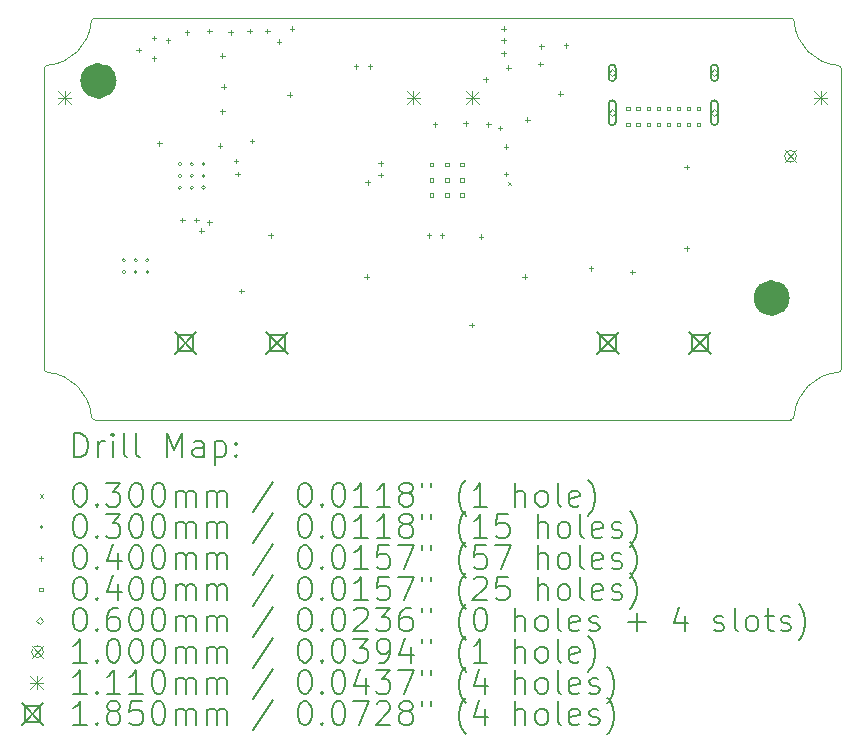
<source format=gbr>
%TF.GenerationSoftware,KiCad,Pcbnew,7.0.5-0*%
%TF.CreationDate,2023-10-09T15:45:42-04:00*%
%TF.ProjectId,SLAPS_Solar_Harvester,534c4150-535f-4536-9f6c-61725f486172,V1.1*%
%TF.SameCoordinates,Original*%
%TF.FileFunction,Drillmap*%
%TF.FilePolarity,Positive*%
%FSLAX45Y45*%
G04 Gerber Fmt 4.5, Leading zero omitted, Abs format (unit mm)*
G04 Created by KiCad (PCBNEW 7.0.5-0) date 2023-10-09 15:45:42*
%MOMM*%
%LPD*%
G01*
G04 APERTURE LIST*
%ADD10C,0.100000*%
%ADD11C,1.550000*%
%ADD12C,0.200000*%
%ADD13C,0.030000*%
%ADD14C,0.040000*%
%ADD15C,0.060000*%
%ADD16C,0.111000*%
%ADD17C,0.185000*%
G04 APERTURE END LIST*
D10*
X12330000Y-9400000D02*
G75*
G03*
X12300000Y-9430000I0J-30000D01*
G01*
X19050000Y-9430000D02*
G75*
G03*
X19020000Y-9400000I-30000J0D01*
G01*
X18620000Y-12400000D02*
G75*
G03*
X18650000Y-12370000I0J30000D01*
G01*
X19050000Y-9430000D02*
X19050000Y-11970000D01*
X12730000Y-9000000D02*
G75*
G03*
X12700000Y-9030000I0J-30000D01*
G01*
X12700000Y-12370000D02*
G75*
G03*
X12730000Y-12400000I30000J0D01*
G01*
X12330000Y-9400000D02*
G75*
G03*
X12700000Y-9030000I-31320J401320D01*
G01*
D11*
X18537500Y-11370000D02*
G75*
G03*
X18537500Y-11370000I-77500J0D01*
G01*
D10*
X18620000Y-12400000D02*
X12730000Y-12400000D01*
X18650000Y-9030000D02*
G75*
G03*
X19020000Y-9400000I401320J31320D01*
G01*
X12730000Y-9000000D02*
X18620000Y-9000000D01*
X12300000Y-11970000D02*
G75*
G03*
X12330000Y-12000000I30000J0D01*
G01*
X12300000Y-9430000D02*
X12300000Y-11970000D01*
X19020000Y-12000000D02*
G75*
G03*
X19050000Y-11970000I0J30000D01*
G01*
X19020000Y-12000000D02*
G75*
G03*
X18650000Y-12370000I31320J-401320D01*
G01*
D11*
X12837500Y-9530000D02*
G75*
G03*
X12837500Y-9530000I-77500J0D01*
G01*
D10*
X18650000Y-9030000D02*
G75*
G03*
X18620000Y-9000000I-30000J0D01*
G01*
X12700000Y-12370000D02*
G75*
G03*
X12330000Y-12000000I-401320J-31320D01*
G01*
D12*
D13*
X16225000Y-10385000D02*
X16255000Y-10415000D01*
X16255000Y-10385000D02*
X16225000Y-10415000D01*
X12990000Y-11050000D02*
G75*
G03*
X12990000Y-11050000I-15000J0D01*
G01*
X12990000Y-11150000D02*
G75*
G03*
X12990000Y-11150000I-15000J0D01*
G01*
X13090000Y-11050000D02*
G75*
G03*
X13090000Y-11050000I-15000J0D01*
G01*
X13090000Y-11150000D02*
G75*
G03*
X13090000Y-11150000I-15000J0D01*
G01*
X13190000Y-11050000D02*
G75*
G03*
X13190000Y-11050000I-15000J0D01*
G01*
X13190000Y-11150000D02*
G75*
G03*
X13190000Y-11150000I-15000J0D01*
G01*
X13465000Y-10236250D02*
G75*
G03*
X13465000Y-10236250I-15000J0D01*
G01*
X13465000Y-10336250D02*
G75*
G03*
X13465000Y-10336250I-15000J0D01*
G01*
X13465000Y-10436250D02*
G75*
G03*
X13465000Y-10436250I-15000J0D01*
G01*
X13565000Y-10236250D02*
G75*
G03*
X13565000Y-10236250I-15000J0D01*
G01*
X13565000Y-10336250D02*
G75*
G03*
X13565000Y-10336250I-15000J0D01*
G01*
X13565000Y-10436250D02*
G75*
G03*
X13565000Y-10436250I-15000J0D01*
G01*
X13665000Y-10236250D02*
G75*
G03*
X13665000Y-10236250I-15000J0D01*
G01*
X13665000Y-10336250D02*
G75*
G03*
X13665000Y-10336250I-15000J0D01*
G01*
X13665000Y-10436250D02*
G75*
G03*
X13665000Y-10436250I-15000J0D01*
G01*
D14*
X13100000Y-9250000D02*
X13100000Y-9290000D01*
X13080000Y-9270000D02*
X13120000Y-9270000D01*
X13230000Y-9150000D02*
X13230000Y-9190000D01*
X13210000Y-9170000D02*
X13250000Y-9170000D01*
X13230000Y-9320000D02*
X13230000Y-9360000D01*
X13210000Y-9340000D02*
X13250000Y-9340000D01*
X13275000Y-10041250D02*
X13275000Y-10081250D01*
X13255000Y-10061250D02*
X13295000Y-10061250D01*
X13350000Y-9170000D02*
X13350000Y-9210000D01*
X13330000Y-9190000D02*
X13370000Y-9190000D01*
X13470000Y-10690000D02*
X13470000Y-10730000D01*
X13450000Y-10710000D02*
X13490000Y-10710000D01*
X13510000Y-9100000D02*
X13510000Y-9140000D01*
X13490000Y-9120000D02*
X13530000Y-9120000D01*
X13590000Y-10690000D02*
X13590000Y-10730000D01*
X13570000Y-10710000D02*
X13610000Y-10710000D01*
X13630000Y-10780000D02*
X13630000Y-10820000D01*
X13610000Y-10800000D02*
X13650000Y-10800000D01*
X13700000Y-9090000D02*
X13700000Y-9130000D01*
X13680000Y-9110000D02*
X13720000Y-9110000D01*
X13700000Y-10710000D02*
X13700000Y-10750000D01*
X13680000Y-10730000D02*
X13720000Y-10730000D01*
X13790000Y-10060000D02*
X13790000Y-10100000D01*
X13770000Y-10080000D02*
X13810000Y-10080000D01*
X13810000Y-9300000D02*
X13810000Y-9340000D01*
X13790000Y-9320000D02*
X13830000Y-9320000D01*
X13810000Y-9770000D02*
X13810000Y-9810000D01*
X13790000Y-9790000D02*
X13830000Y-9790000D01*
X13820000Y-9560000D02*
X13820000Y-9600000D01*
X13800000Y-9580000D02*
X13840000Y-9580000D01*
X13880000Y-9100000D02*
X13880000Y-9140000D01*
X13860000Y-9120000D02*
X13900000Y-9120000D01*
X13925000Y-10191250D02*
X13925000Y-10231250D01*
X13905000Y-10211250D02*
X13945000Y-10211250D01*
X13940000Y-10300000D02*
X13940000Y-10340000D01*
X13920000Y-10320000D02*
X13960000Y-10320000D01*
X13970000Y-11290000D02*
X13970000Y-11330000D01*
X13950000Y-11310000D02*
X13990000Y-11310000D01*
X14040000Y-9090000D02*
X14040000Y-9130000D01*
X14020000Y-9110000D02*
X14060000Y-9110000D01*
X14060000Y-10020000D02*
X14060000Y-10060000D01*
X14040000Y-10040000D02*
X14080000Y-10040000D01*
X14190000Y-9090000D02*
X14190000Y-9130000D01*
X14170000Y-9110000D02*
X14210000Y-9110000D01*
X14220000Y-10820000D02*
X14220000Y-10860000D01*
X14200000Y-10840000D02*
X14240000Y-10840000D01*
X14290000Y-9180000D02*
X14290000Y-9220000D01*
X14270000Y-9200000D02*
X14310000Y-9200000D01*
X14380000Y-9630000D02*
X14380000Y-9670000D01*
X14360000Y-9650000D02*
X14400000Y-9650000D01*
X14400000Y-9070000D02*
X14400000Y-9110000D01*
X14380000Y-9090000D02*
X14420000Y-9090000D01*
X14940000Y-9390000D02*
X14940000Y-9430000D01*
X14920000Y-9410000D02*
X14960000Y-9410000D01*
X15030000Y-11170000D02*
X15030000Y-11210000D01*
X15010000Y-11190000D02*
X15050000Y-11190000D01*
X15040000Y-10370000D02*
X15040000Y-10410000D01*
X15020000Y-10390000D02*
X15060000Y-10390000D01*
X15060000Y-9390000D02*
X15060000Y-9430000D01*
X15040000Y-9410000D02*
X15080000Y-9410000D01*
X15150000Y-10210000D02*
X15150000Y-10250000D01*
X15130000Y-10230000D02*
X15170000Y-10230000D01*
X15150000Y-10310000D02*
X15150000Y-10350000D01*
X15130000Y-10330000D02*
X15170000Y-10330000D01*
X15560000Y-10820000D02*
X15560000Y-10860000D01*
X15540000Y-10840000D02*
X15580000Y-10840000D01*
X15610000Y-9880000D02*
X15610000Y-9920000D01*
X15590000Y-9900000D02*
X15630000Y-9900000D01*
X15670000Y-10820000D02*
X15670000Y-10860000D01*
X15650000Y-10840000D02*
X15690000Y-10840000D01*
X15870000Y-9870000D02*
X15870000Y-9910000D01*
X15850000Y-9890000D02*
X15890000Y-9890000D01*
X15920000Y-11580000D02*
X15920000Y-11620000D01*
X15900000Y-11600000D02*
X15940000Y-11600000D01*
X16000000Y-10830000D02*
X16000000Y-10870000D01*
X15980000Y-10850000D02*
X16020000Y-10850000D01*
X16040000Y-9500000D02*
X16040000Y-9540000D01*
X16020000Y-9520000D02*
X16060000Y-9520000D01*
X16060000Y-9880000D02*
X16060000Y-9920000D01*
X16040000Y-9900000D02*
X16080000Y-9900000D01*
X16160000Y-9910000D02*
X16160000Y-9950000D01*
X16140000Y-9930000D02*
X16180000Y-9930000D01*
X16190000Y-9070000D02*
X16190000Y-9110000D01*
X16170000Y-9090000D02*
X16210000Y-9090000D01*
X16190000Y-9170000D02*
X16190000Y-9210000D01*
X16170000Y-9190000D02*
X16210000Y-9190000D01*
X16190000Y-9280000D02*
X16190000Y-9320000D01*
X16170000Y-9300000D02*
X16210000Y-9300000D01*
X16210000Y-10070000D02*
X16210000Y-10110000D01*
X16190000Y-10090000D02*
X16230000Y-10090000D01*
X16210000Y-10300000D02*
X16210000Y-10340000D01*
X16190000Y-10320000D02*
X16230000Y-10320000D01*
X16230000Y-9400000D02*
X16230000Y-9440000D01*
X16210000Y-9420000D02*
X16250000Y-9420000D01*
X16370000Y-11170000D02*
X16370000Y-11210000D01*
X16350000Y-11190000D02*
X16390000Y-11190000D01*
X16390000Y-9840000D02*
X16390000Y-9880000D01*
X16370000Y-9860000D02*
X16410000Y-9860000D01*
X16500000Y-9370000D02*
X16500000Y-9410000D01*
X16480000Y-9390000D02*
X16520000Y-9390000D01*
X16510000Y-9220000D02*
X16510000Y-9260000D01*
X16490000Y-9240000D02*
X16530000Y-9240000D01*
X16670000Y-9620000D02*
X16670000Y-9660000D01*
X16650000Y-9640000D02*
X16690000Y-9640000D01*
X16720000Y-9210000D02*
X16720000Y-9250000D01*
X16700000Y-9230000D02*
X16740000Y-9230000D01*
X16930000Y-11100000D02*
X16930000Y-11140000D01*
X16910000Y-11120000D02*
X16950000Y-11120000D01*
X17280000Y-11130000D02*
X17280000Y-11170000D01*
X17260000Y-11150000D02*
X17300000Y-11150000D01*
X17740000Y-10240000D02*
X17740000Y-10280000D01*
X17720000Y-10260000D02*
X17760000Y-10260000D01*
X17740000Y-10930000D02*
X17740000Y-10970000D01*
X17720000Y-10950000D02*
X17760000Y-10950000D01*
X15596642Y-10256642D02*
X15596642Y-10228358D01*
X15568358Y-10228358D01*
X15568358Y-10256642D01*
X15596642Y-10256642D01*
X15596642Y-10384142D02*
X15596642Y-10355858D01*
X15568358Y-10355858D01*
X15568358Y-10384142D01*
X15596642Y-10384142D01*
X15596642Y-10511642D02*
X15596642Y-10483358D01*
X15568358Y-10483358D01*
X15568358Y-10511642D01*
X15596642Y-10511642D01*
X15724142Y-10256642D02*
X15724142Y-10228358D01*
X15695858Y-10228358D01*
X15695858Y-10256642D01*
X15724142Y-10256642D01*
X15724142Y-10384142D02*
X15724142Y-10355858D01*
X15695858Y-10355858D01*
X15695858Y-10384142D01*
X15724142Y-10384142D01*
X15724142Y-10511642D02*
X15724142Y-10483358D01*
X15695858Y-10483358D01*
X15695858Y-10511642D01*
X15724142Y-10511642D01*
X15851642Y-10256642D02*
X15851642Y-10228358D01*
X15823358Y-10228358D01*
X15823358Y-10256642D01*
X15851642Y-10256642D01*
X15851642Y-10384142D02*
X15851642Y-10355858D01*
X15823358Y-10355858D01*
X15823358Y-10384142D01*
X15851642Y-10384142D01*
X15851642Y-10511642D02*
X15851642Y-10483358D01*
X15823358Y-10483358D01*
X15823358Y-10511642D01*
X15851642Y-10511642D01*
X17259142Y-9779142D02*
X17259142Y-9750858D01*
X17230858Y-9750858D01*
X17230858Y-9779142D01*
X17259142Y-9779142D01*
X17259142Y-9914142D02*
X17259142Y-9885858D01*
X17230858Y-9885858D01*
X17230858Y-9914142D01*
X17259142Y-9914142D01*
X17344142Y-9779142D02*
X17344142Y-9750858D01*
X17315858Y-9750858D01*
X17315858Y-9779142D01*
X17344142Y-9779142D01*
X17344142Y-9914142D02*
X17344142Y-9885858D01*
X17315858Y-9885858D01*
X17315858Y-9914142D01*
X17344142Y-9914142D01*
X17429142Y-9779142D02*
X17429142Y-9750858D01*
X17400858Y-9750858D01*
X17400858Y-9779142D01*
X17429142Y-9779142D01*
X17429142Y-9914142D02*
X17429142Y-9885858D01*
X17400858Y-9885858D01*
X17400858Y-9914142D01*
X17429142Y-9914142D01*
X17514142Y-9779142D02*
X17514142Y-9750858D01*
X17485858Y-9750858D01*
X17485858Y-9779142D01*
X17514142Y-9779142D01*
X17514142Y-9914142D02*
X17514142Y-9885858D01*
X17485858Y-9885858D01*
X17485858Y-9914142D01*
X17514142Y-9914142D01*
X17599142Y-9779142D02*
X17599142Y-9750858D01*
X17570858Y-9750858D01*
X17570858Y-9779142D01*
X17599142Y-9779142D01*
X17599142Y-9914142D02*
X17599142Y-9885858D01*
X17570858Y-9885858D01*
X17570858Y-9914142D01*
X17599142Y-9914142D01*
X17684142Y-9779142D02*
X17684142Y-9750858D01*
X17655858Y-9750858D01*
X17655858Y-9779142D01*
X17684142Y-9779142D01*
X17684142Y-9914142D02*
X17684142Y-9885858D01*
X17655858Y-9885858D01*
X17655858Y-9914142D01*
X17684142Y-9914142D01*
X17769142Y-9779142D02*
X17769142Y-9750858D01*
X17740858Y-9750858D01*
X17740858Y-9779142D01*
X17769142Y-9779142D01*
X17769142Y-9914142D02*
X17769142Y-9885858D01*
X17740858Y-9885858D01*
X17740858Y-9914142D01*
X17769142Y-9914142D01*
X17854142Y-9779142D02*
X17854142Y-9750858D01*
X17825858Y-9750858D01*
X17825858Y-9779142D01*
X17854142Y-9779142D01*
X17854142Y-9914142D02*
X17854142Y-9885858D01*
X17825858Y-9885858D01*
X17825858Y-9914142D01*
X17854142Y-9914142D01*
D15*
X17110000Y-9494000D02*
X17140000Y-9464000D01*
X17110000Y-9434000D01*
X17080000Y-9464000D01*
X17110000Y-9494000D01*
D12*
X17140000Y-9504000D02*
X17140000Y-9424000D01*
X17140000Y-9424000D02*
G75*
G03*
X17080000Y-9424000I-30000J0D01*
G01*
X17080000Y-9424000D02*
X17080000Y-9504000D01*
X17080000Y-9504000D02*
G75*
G03*
X17140000Y-9504000I30000J0D01*
G01*
D15*
X17110000Y-9832000D02*
X17140000Y-9802000D01*
X17110000Y-9772000D01*
X17080000Y-9802000D01*
X17110000Y-9832000D01*
D12*
X17140000Y-9877000D02*
X17140000Y-9727000D01*
X17140000Y-9727000D02*
G75*
G03*
X17080000Y-9727000I-30000J0D01*
G01*
X17080000Y-9727000D02*
X17080000Y-9877000D01*
X17080000Y-9877000D02*
G75*
G03*
X17140000Y-9877000I30000J0D01*
G01*
D15*
X17975000Y-9494000D02*
X18005000Y-9464000D01*
X17975000Y-9434000D01*
X17945000Y-9464000D01*
X17975000Y-9494000D01*
D12*
X18005000Y-9504000D02*
X18005000Y-9424000D01*
X18005000Y-9424000D02*
G75*
G03*
X17945000Y-9424000I-30000J0D01*
G01*
X17945000Y-9424000D02*
X17945000Y-9504000D01*
X17945000Y-9504000D02*
G75*
G03*
X18005000Y-9504000I30000J0D01*
G01*
D15*
X17975000Y-9832000D02*
X18005000Y-9802000D01*
X17975000Y-9772000D01*
X17945000Y-9802000D01*
X17975000Y-9832000D01*
D12*
X18005000Y-9877000D02*
X18005000Y-9727000D01*
X18005000Y-9727000D02*
G75*
G03*
X17945000Y-9727000I-30000J0D01*
G01*
X17945000Y-9727000D02*
X17945000Y-9877000D01*
X17945000Y-9877000D02*
G75*
G03*
X18005000Y-9877000I30000J0D01*
G01*
D10*
X18570000Y-10120000D02*
X18670000Y-10220000D01*
X18670000Y-10120000D02*
X18570000Y-10220000D01*
X18670000Y-10170000D02*
G75*
G03*
X18670000Y-10170000I-50000J0D01*
G01*
D16*
X12419506Y-9619378D02*
X12530506Y-9730378D01*
X12530506Y-9619378D02*
X12419506Y-9730378D01*
X12475006Y-9619378D02*
X12475006Y-9730378D01*
X12419506Y-9674878D02*
X12530506Y-9674878D01*
X15369462Y-9619378D02*
X15480462Y-9730378D01*
X15480462Y-9619378D02*
X15369462Y-9730378D01*
X15424962Y-9619378D02*
X15424962Y-9730378D01*
X15369462Y-9674878D02*
X15480462Y-9674878D01*
X15869588Y-9619378D02*
X15980588Y-9730378D01*
X15980588Y-9619378D02*
X15869588Y-9730378D01*
X15925088Y-9619378D02*
X15925088Y-9730378D01*
X15869588Y-9674878D02*
X15980588Y-9674878D01*
X18819544Y-9619378D02*
X18930544Y-9730378D01*
X18930544Y-9619378D02*
X18819544Y-9730378D01*
X18875044Y-9619378D02*
X18875044Y-9730378D01*
X18819544Y-9674878D02*
X18930544Y-9674878D01*
D17*
X13405500Y-11657500D02*
X13590500Y-11842500D01*
X13590500Y-11657500D02*
X13405500Y-11842500D01*
X13563408Y-11815408D02*
X13563408Y-11684592D01*
X13432592Y-11684592D01*
X13432592Y-11815408D01*
X13563408Y-11815408D01*
X14182500Y-11657500D02*
X14367500Y-11842500D01*
X14367500Y-11657500D02*
X14182500Y-11842500D01*
X14340408Y-11815408D02*
X14340408Y-11684592D01*
X14209592Y-11684592D01*
X14209592Y-11815408D01*
X14340408Y-11815408D01*
X16982500Y-11657500D02*
X17167500Y-11842500D01*
X17167500Y-11657500D02*
X16982500Y-11842500D01*
X17140408Y-11815408D02*
X17140408Y-11684592D01*
X17009592Y-11684592D01*
X17009592Y-11815408D01*
X17140408Y-11815408D01*
X17759500Y-11657500D02*
X17944500Y-11842500D01*
X17944500Y-11657500D02*
X17759500Y-11842500D01*
X17917408Y-11815408D02*
X17917408Y-11684592D01*
X17786592Y-11684592D01*
X17786592Y-11815408D01*
X17917408Y-11815408D01*
D12*
X12555777Y-12716484D02*
X12555777Y-12516484D01*
X12555777Y-12516484D02*
X12603396Y-12516484D01*
X12603396Y-12516484D02*
X12631967Y-12526008D01*
X12631967Y-12526008D02*
X12651015Y-12545055D01*
X12651015Y-12545055D02*
X12660539Y-12564103D01*
X12660539Y-12564103D02*
X12670062Y-12602198D01*
X12670062Y-12602198D02*
X12670062Y-12630769D01*
X12670062Y-12630769D02*
X12660539Y-12668865D01*
X12660539Y-12668865D02*
X12651015Y-12687912D01*
X12651015Y-12687912D02*
X12631967Y-12706960D01*
X12631967Y-12706960D02*
X12603396Y-12716484D01*
X12603396Y-12716484D02*
X12555777Y-12716484D01*
X12755777Y-12716484D02*
X12755777Y-12583150D01*
X12755777Y-12621246D02*
X12765301Y-12602198D01*
X12765301Y-12602198D02*
X12774824Y-12592674D01*
X12774824Y-12592674D02*
X12793872Y-12583150D01*
X12793872Y-12583150D02*
X12812920Y-12583150D01*
X12879586Y-12716484D02*
X12879586Y-12583150D01*
X12879586Y-12516484D02*
X12870062Y-12526008D01*
X12870062Y-12526008D02*
X12879586Y-12535531D01*
X12879586Y-12535531D02*
X12889110Y-12526008D01*
X12889110Y-12526008D02*
X12879586Y-12516484D01*
X12879586Y-12516484D02*
X12879586Y-12535531D01*
X13003396Y-12716484D02*
X12984348Y-12706960D01*
X12984348Y-12706960D02*
X12974824Y-12687912D01*
X12974824Y-12687912D02*
X12974824Y-12516484D01*
X13108158Y-12716484D02*
X13089110Y-12706960D01*
X13089110Y-12706960D02*
X13079586Y-12687912D01*
X13079586Y-12687912D02*
X13079586Y-12516484D01*
X13336729Y-12716484D02*
X13336729Y-12516484D01*
X13336729Y-12516484D02*
X13403396Y-12659341D01*
X13403396Y-12659341D02*
X13470062Y-12516484D01*
X13470062Y-12516484D02*
X13470062Y-12716484D01*
X13651015Y-12716484D02*
X13651015Y-12611722D01*
X13651015Y-12611722D02*
X13641491Y-12592674D01*
X13641491Y-12592674D02*
X13622443Y-12583150D01*
X13622443Y-12583150D02*
X13584348Y-12583150D01*
X13584348Y-12583150D02*
X13565301Y-12592674D01*
X13651015Y-12706960D02*
X13631967Y-12716484D01*
X13631967Y-12716484D02*
X13584348Y-12716484D01*
X13584348Y-12716484D02*
X13565301Y-12706960D01*
X13565301Y-12706960D02*
X13555777Y-12687912D01*
X13555777Y-12687912D02*
X13555777Y-12668865D01*
X13555777Y-12668865D02*
X13565301Y-12649817D01*
X13565301Y-12649817D02*
X13584348Y-12640293D01*
X13584348Y-12640293D02*
X13631967Y-12640293D01*
X13631967Y-12640293D02*
X13651015Y-12630769D01*
X13746253Y-12583150D02*
X13746253Y-12783150D01*
X13746253Y-12592674D02*
X13765301Y-12583150D01*
X13765301Y-12583150D02*
X13803396Y-12583150D01*
X13803396Y-12583150D02*
X13822443Y-12592674D01*
X13822443Y-12592674D02*
X13831967Y-12602198D01*
X13831967Y-12602198D02*
X13841491Y-12621246D01*
X13841491Y-12621246D02*
X13841491Y-12678388D01*
X13841491Y-12678388D02*
X13831967Y-12697436D01*
X13831967Y-12697436D02*
X13822443Y-12706960D01*
X13822443Y-12706960D02*
X13803396Y-12716484D01*
X13803396Y-12716484D02*
X13765301Y-12716484D01*
X13765301Y-12716484D02*
X13746253Y-12706960D01*
X13927205Y-12697436D02*
X13936729Y-12706960D01*
X13936729Y-12706960D02*
X13927205Y-12716484D01*
X13927205Y-12716484D02*
X13917682Y-12706960D01*
X13917682Y-12706960D02*
X13927205Y-12697436D01*
X13927205Y-12697436D02*
X13927205Y-12716484D01*
X13927205Y-12592674D02*
X13936729Y-12602198D01*
X13936729Y-12602198D02*
X13927205Y-12611722D01*
X13927205Y-12611722D02*
X13917682Y-12602198D01*
X13917682Y-12602198D02*
X13927205Y-12592674D01*
X13927205Y-12592674D02*
X13927205Y-12611722D01*
D13*
X12265000Y-13030000D02*
X12295000Y-13060000D01*
X12295000Y-13030000D02*
X12265000Y-13060000D01*
D12*
X12593872Y-12936484D02*
X12612920Y-12936484D01*
X12612920Y-12936484D02*
X12631967Y-12946008D01*
X12631967Y-12946008D02*
X12641491Y-12955531D01*
X12641491Y-12955531D02*
X12651015Y-12974579D01*
X12651015Y-12974579D02*
X12660539Y-13012674D01*
X12660539Y-13012674D02*
X12660539Y-13060293D01*
X12660539Y-13060293D02*
X12651015Y-13098388D01*
X12651015Y-13098388D02*
X12641491Y-13117436D01*
X12641491Y-13117436D02*
X12631967Y-13126960D01*
X12631967Y-13126960D02*
X12612920Y-13136484D01*
X12612920Y-13136484D02*
X12593872Y-13136484D01*
X12593872Y-13136484D02*
X12574824Y-13126960D01*
X12574824Y-13126960D02*
X12565301Y-13117436D01*
X12565301Y-13117436D02*
X12555777Y-13098388D01*
X12555777Y-13098388D02*
X12546253Y-13060293D01*
X12546253Y-13060293D02*
X12546253Y-13012674D01*
X12546253Y-13012674D02*
X12555777Y-12974579D01*
X12555777Y-12974579D02*
X12565301Y-12955531D01*
X12565301Y-12955531D02*
X12574824Y-12946008D01*
X12574824Y-12946008D02*
X12593872Y-12936484D01*
X12746253Y-13117436D02*
X12755777Y-13126960D01*
X12755777Y-13126960D02*
X12746253Y-13136484D01*
X12746253Y-13136484D02*
X12736729Y-13126960D01*
X12736729Y-13126960D02*
X12746253Y-13117436D01*
X12746253Y-13117436D02*
X12746253Y-13136484D01*
X12822443Y-12936484D02*
X12946253Y-12936484D01*
X12946253Y-12936484D02*
X12879586Y-13012674D01*
X12879586Y-13012674D02*
X12908158Y-13012674D01*
X12908158Y-13012674D02*
X12927205Y-13022198D01*
X12927205Y-13022198D02*
X12936729Y-13031722D01*
X12936729Y-13031722D02*
X12946253Y-13050769D01*
X12946253Y-13050769D02*
X12946253Y-13098388D01*
X12946253Y-13098388D02*
X12936729Y-13117436D01*
X12936729Y-13117436D02*
X12927205Y-13126960D01*
X12927205Y-13126960D02*
X12908158Y-13136484D01*
X12908158Y-13136484D02*
X12851015Y-13136484D01*
X12851015Y-13136484D02*
X12831967Y-13126960D01*
X12831967Y-13126960D02*
X12822443Y-13117436D01*
X13070062Y-12936484D02*
X13089110Y-12936484D01*
X13089110Y-12936484D02*
X13108158Y-12946008D01*
X13108158Y-12946008D02*
X13117682Y-12955531D01*
X13117682Y-12955531D02*
X13127205Y-12974579D01*
X13127205Y-12974579D02*
X13136729Y-13012674D01*
X13136729Y-13012674D02*
X13136729Y-13060293D01*
X13136729Y-13060293D02*
X13127205Y-13098388D01*
X13127205Y-13098388D02*
X13117682Y-13117436D01*
X13117682Y-13117436D02*
X13108158Y-13126960D01*
X13108158Y-13126960D02*
X13089110Y-13136484D01*
X13089110Y-13136484D02*
X13070062Y-13136484D01*
X13070062Y-13136484D02*
X13051015Y-13126960D01*
X13051015Y-13126960D02*
X13041491Y-13117436D01*
X13041491Y-13117436D02*
X13031967Y-13098388D01*
X13031967Y-13098388D02*
X13022443Y-13060293D01*
X13022443Y-13060293D02*
X13022443Y-13012674D01*
X13022443Y-13012674D02*
X13031967Y-12974579D01*
X13031967Y-12974579D02*
X13041491Y-12955531D01*
X13041491Y-12955531D02*
X13051015Y-12946008D01*
X13051015Y-12946008D02*
X13070062Y-12936484D01*
X13260539Y-12936484D02*
X13279586Y-12936484D01*
X13279586Y-12936484D02*
X13298634Y-12946008D01*
X13298634Y-12946008D02*
X13308158Y-12955531D01*
X13308158Y-12955531D02*
X13317682Y-12974579D01*
X13317682Y-12974579D02*
X13327205Y-13012674D01*
X13327205Y-13012674D02*
X13327205Y-13060293D01*
X13327205Y-13060293D02*
X13317682Y-13098388D01*
X13317682Y-13098388D02*
X13308158Y-13117436D01*
X13308158Y-13117436D02*
X13298634Y-13126960D01*
X13298634Y-13126960D02*
X13279586Y-13136484D01*
X13279586Y-13136484D02*
X13260539Y-13136484D01*
X13260539Y-13136484D02*
X13241491Y-13126960D01*
X13241491Y-13126960D02*
X13231967Y-13117436D01*
X13231967Y-13117436D02*
X13222443Y-13098388D01*
X13222443Y-13098388D02*
X13212920Y-13060293D01*
X13212920Y-13060293D02*
X13212920Y-13012674D01*
X13212920Y-13012674D02*
X13222443Y-12974579D01*
X13222443Y-12974579D02*
X13231967Y-12955531D01*
X13231967Y-12955531D02*
X13241491Y-12946008D01*
X13241491Y-12946008D02*
X13260539Y-12936484D01*
X13412920Y-13136484D02*
X13412920Y-13003150D01*
X13412920Y-13022198D02*
X13422443Y-13012674D01*
X13422443Y-13012674D02*
X13441491Y-13003150D01*
X13441491Y-13003150D02*
X13470063Y-13003150D01*
X13470063Y-13003150D02*
X13489110Y-13012674D01*
X13489110Y-13012674D02*
X13498634Y-13031722D01*
X13498634Y-13031722D02*
X13498634Y-13136484D01*
X13498634Y-13031722D02*
X13508158Y-13012674D01*
X13508158Y-13012674D02*
X13527205Y-13003150D01*
X13527205Y-13003150D02*
X13555777Y-13003150D01*
X13555777Y-13003150D02*
X13574824Y-13012674D01*
X13574824Y-13012674D02*
X13584348Y-13031722D01*
X13584348Y-13031722D02*
X13584348Y-13136484D01*
X13679586Y-13136484D02*
X13679586Y-13003150D01*
X13679586Y-13022198D02*
X13689110Y-13012674D01*
X13689110Y-13012674D02*
X13708158Y-13003150D01*
X13708158Y-13003150D02*
X13736729Y-13003150D01*
X13736729Y-13003150D02*
X13755777Y-13012674D01*
X13755777Y-13012674D02*
X13765301Y-13031722D01*
X13765301Y-13031722D02*
X13765301Y-13136484D01*
X13765301Y-13031722D02*
X13774824Y-13012674D01*
X13774824Y-13012674D02*
X13793872Y-13003150D01*
X13793872Y-13003150D02*
X13822443Y-13003150D01*
X13822443Y-13003150D02*
X13841491Y-13012674D01*
X13841491Y-13012674D02*
X13851015Y-13031722D01*
X13851015Y-13031722D02*
X13851015Y-13136484D01*
X14241491Y-12926960D02*
X14070063Y-13184103D01*
X14498634Y-12936484D02*
X14517682Y-12936484D01*
X14517682Y-12936484D02*
X14536729Y-12946008D01*
X14536729Y-12946008D02*
X14546253Y-12955531D01*
X14546253Y-12955531D02*
X14555777Y-12974579D01*
X14555777Y-12974579D02*
X14565301Y-13012674D01*
X14565301Y-13012674D02*
X14565301Y-13060293D01*
X14565301Y-13060293D02*
X14555777Y-13098388D01*
X14555777Y-13098388D02*
X14546253Y-13117436D01*
X14546253Y-13117436D02*
X14536729Y-13126960D01*
X14536729Y-13126960D02*
X14517682Y-13136484D01*
X14517682Y-13136484D02*
X14498634Y-13136484D01*
X14498634Y-13136484D02*
X14479586Y-13126960D01*
X14479586Y-13126960D02*
X14470063Y-13117436D01*
X14470063Y-13117436D02*
X14460539Y-13098388D01*
X14460539Y-13098388D02*
X14451015Y-13060293D01*
X14451015Y-13060293D02*
X14451015Y-13012674D01*
X14451015Y-13012674D02*
X14460539Y-12974579D01*
X14460539Y-12974579D02*
X14470063Y-12955531D01*
X14470063Y-12955531D02*
X14479586Y-12946008D01*
X14479586Y-12946008D02*
X14498634Y-12936484D01*
X14651015Y-13117436D02*
X14660539Y-13126960D01*
X14660539Y-13126960D02*
X14651015Y-13136484D01*
X14651015Y-13136484D02*
X14641491Y-13126960D01*
X14641491Y-13126960D02*
X14651015Y-13117436D01*
X14651015Y-13117436D02*
X14651015Y-13136484D01*
X14784348Y-12936484D02*
X14803396Y-12936484D01*
X14803396Y-12936484D02*
X14822444Y-12946008D01*
X14822444Y-12946008D02*
X14831967Y-12955531D01*
X14831967Y-12955531D02*
X14841491Y-12974579D01*
X14841491Y-12974579D02*
X14851015Y-13012674D01*
X14851015Y-13012674D02*
X14851015Y-13060293D01*
X14851015Y-13060293D02*
X14841491Y-13098388D01*
X14841491Y-13098388D02*
X14831967Y-13117436D01*
X14831967Y-13117436D02*
X14822444Y-13126960D01*
X14822444Y-13126960D02*
X14803396Y-13136484D01*
X14803396Y-13136484D02*
X14784348Y-13136484D01*
X14784348Y-13136484D02*
X14765301Y-13126960D01*
X14765301Y-13126960D02*
X14755777Y-13117436D01*
X14755777Y-13117436D02*
X14746253Y-13098388D01*
X14746253Y-13098388D02*
X14736729Y-13060293D01*
X14736729Y-13060293D02*
X14736729Y-13012674D01*
X14736729Y-13012674D02*
X14746253Y-12974579D01*
X14746253Y-12974579D02*
X14755777Y-12955531D01*
X14755777Y-12955531D02*
X14765301Y-12946008D01*
X14765301Y-12946008D02*
X14784348Y-12936484D01*
X15041491Y-13136484D02*
X14927206Y-13136484D01*
X14984348Y-13136484D02*
X14984348Y-12936484D01*
X14984348Y-12936484D02*
X14965301Y-12965055D01*
X14965301Y-12965055D02*
X14946253Y-12984103D01*
X14946253Y-12984103D02*
X14927206Y-12993627D01*
X15231967Y-13136484D02*
X15117682Y-13136484D01*
X15174825Y-13136484D02*
X15174825Y-12936484D01*
X15174825Y-12936484D02*
X15155777Y-12965055D01*
X15155777Y-12965055D02*
X15136729Y-12984103D01*
X15136729Y-12984103D02*
X15117682Y-12993627D01*
X15346253Y-13022198D02*
X15327206Y-13012674D01*
X15327206Y-13012674D02*
X15317682Y-13003150D01*
X15317682Y-13003150D02*
X15308158Y-12984103D01*
X15308158Y-12984103D02*
X15308158Y-12974579D01*
X15308158Y-12974579D02*
X15317682Y-12955531D01*
X15317682Y-12955531D02*
X15327206Y-12946008D01*
X15327206Y-12946008D02*
X15346253Y-12936484D01*
X15346253Y-12936484D02*
X15384348Y-12936484D01*
X15384348Y-12936484D02*
X15403396Y-12946008D01*
X15403396Y-12946008D02*
X15412920Y-12955531D01*
X15412920Y-12955531D02*
X15422444Y-12974579D01*
X15422444Y-12974579D02*
X15422444Y-12984103D01*
X15422444Y-12984103D02*
X15412920Y-13003150D01*
X15412920Y-13003150D02*
X15403396Y-13012674D01*
X15403396Y-13012674D02*
X15384348Y-13022198D01*
X15384348Y-13022198D02*
X15346253Y-13022198D01*
X15346253Y-13022198D02*
X15327206Y-13031722D01*
X15327206Y-13031722D02*
X15317682Y-13041246D01*
X15317682Y-13041246D02*
X15308158Y-13060293D01*
X15308158Y-13060293D02*
X15308158Y-13098388D01*
X15308158Y-13098388D02*
X15317682Y-13117436D01*
X15317682Y-13117436D02*
X15327206Y-13126960D01*
X15327206Y-13126960D02*
X15346253Y-13136484D01*
X15346253Y-13136484D02*
X15384348Y-13136484D01*
X15384348Y-13136484D02*
X15403396Y-13126960D01*
X15403396Y-13126960D02*
X15412920Y-13117436D01*
X15412920Y-13117436D02*
X15422444Y-13098388D01*
X15422444Y-13098388D02*
X15422444Y-13060293D01*
X15422444Y-13060293D02*
X15412920Y-13041246D01*
X15412920Y-13041246D02*
X15403396Y-13031722D01*
X15403396Y-13031722D02*
X15384348Y-13022198D01*
X15498634Y-12936484D02*
X15498634Y-12974579D01*
X15574825Y-12936484D02*
X15574825Y-12974579D01*
X15870063Y-13212674D02*
X15860539Y-13203150D01*
X15860539Y-13203150D02*
X15841491Y-13174579D01*
X15841491Y-13174579D02*
X15831968Y-13155531D01*
X15831968Y-13155531D02*
X15822444Y-13126960D01*
X15822444Y-13126960D02*
X15812920Y-13079341D01*
X15812920Y-13079341D02*
X15812920Y-13041246D01*
X15812920Y-13041246D02*
X15822444Y-12993627D01*
X15822444Y-12993627D02*
X15831968Y-12965055D01*
X15831968Y-12965055D02*
X15841491Y-12946008D01*
X15841491Y-12946008D02*
X15860539Y-12917436D01*
X15860539Y-12917436D02*
X15870063Y-12907912D01*
X16051015Y-13136484D02*
X15936729Y-13136484D01*
X15993872Y-13136484D02*
X15993872Y-12936484D01*
X15993872Y-12936484D02*
X15974825Y-12965055D01*
X15974825Y-12965055D02*
X15955777Y-12984103D01*
X15955777Y-12984103D02*
X15936729Y-12993627D01*
X16289110Y-13136484D02*
X16289110Y-12936484D01*
X16374825Y-13136484D02*
X16374825Y-13031722D01*
X16374825Y-13031722D02*
X16365301Y-13012674D01*
X16365301Y-13012674D02*
X16346253Y-13003150D01*
X16346253Y-13003150D02*
X16317682Y-13003150D01*
X16317682Y-13003150D02*
X16298634Y-13012674D01*
X16298634Y-13012674D02*
X16289110Y-13022198D01*
X16498634Y-13136484D02*
X16479587Y-13126960D01*
X16479587Y-13126960D02*
X16470063Y-13117436D01*
X16470063Y-13117436D02*
X16460539Y-13098388D01*
X16460539Y-13098388D02*
X16460539Y-13041246D01*
X16460539Y-13041246D02*
X16470063Y-13022198D01*
X16470063Y-13022198D02*
X16479587Y-13012674D01*
X16479587Y-13012674D02*
X16498634Y-13003150D01*
X16498634Y-13003150D02*
X16527206Y-13003150D01*
X16527206Y-13003150D02*
X16546253Y-13012674D01*
X16546253Y-13012674D02*
X16555777Y-13022198D01*
X16555777Y-13022198D02*
X16565301Y-13041246D01*
X16565301Y-13041246D02*
X16565301Y-13098388D01*
X16565301Y-13098388D02*
X16555777Y-13117436D01*
X16555777Y-13117436D02*
X16546253Y-13126960D01*
X16546253Y-13126960D02*
X16527206Y-13136484D01*
X16527206Y-13136484D02*
X16498634Y-13136484D01*
X16679587Y-13136484D02*
X16660539Y-13126960D01*
X16660539Y-13126960D02*
X16651015Y-13107912D01*
X16651015Y-13107912D02*
X16651015Y-12936484D01*
X16831968Y-13126960D02*
X16812920Y-13136484D01*
X16812920Y-13136484D02*
X16774825Y-13136484D01*
X16774825Y-13136484D02*
X16755777Y-13126960D01*
X16755777Y-13126960D02*
X16746253Y-13107912D01*
X16746253Y-13107912D02*
X16746253Y-13031722D01*
X16746253Y-13031722D02*
X16755777Y-13012674D01*
X16755777Y-13012674D02*
X16774825Y-13003150D01*
X16774825Y-13003150D02*
X16812920Y-13003150D01*
X16812920Y-13003150D02*
X16831968Y-13012674D01*
X16831968Y-13012674D02*
X16841492Y-13031722D01*
X16841492Y-13031722D02*
X16841492Y-13050769D01*
X16841492Y-13050769D02*
X16746253Y-13069817D01*
X16908158Y-13212674D02*
X16917682Y-13203150D01*
X16917682Y-13203150D02*
X16936730Y-13174579D01*
X16936730Y-13174579D02*
X16946253Y-13155531D01*
X16946253Y-13155531D02*
X16955777Y-13126960D01*
X16955777Y-13126960D02*
X16965301Y-13079341D01*
X16965301Y-13079341D02*
X16965301Y-13041246D01*
X16965301Y-13041246D02*
X16955777Y-12993627D01*
X16955777Y-12993627D02*
X16946253Y-12965055D01*
X16946253Y-12965055D02*
X16936730Y-12946008D01*
X16936730Y-12946008D02*
X16917682Y-12917436D01*
X16917682Y-12917436D02*
X16908158Y-12907912D01*
D13*
X12295000Y-13309000D02*
G75*
G03*
X12295000Y-13309000I-15000J0D01*
G01*
D12*
X12593872Y-13200484D02*
X12612920Y-13200484D01*
X12612920Y-13200484D02*
X12631967Y-13210008D01*
X12631967Y-13210008D02*
X12641491Y-13219531D01*
X12641491Y-13219531D02*
X12651015Y-13238579D01*
X12651015Y-13238579D02*
X12660539Y-13276674D01*
X12660539Y-13276674D02*
X12660539Y-13324293D01*
X12660539Y-13324293D02*
X12651015Y-13362388D01*
X12651015Y-13362388D02*
X12641491Y-13381436D01*
X12641491Y-13381436D02*
X12631967Y-13390960D01*
X12631967Y-13390960D02*
X12612920Y-13400484D01*
X12612920Y-13400484D02*
X12593872Y-13400484D01*
X12593872Y-13400484D02*
X12574824Y-13390960D01*
X12574824Y-13390960D02*
X12565301Y-13381436D01*
X12565301Y-13381436D02*
X12555777Y-13362388D01*
X12555777Y-13362388D02*
X12546253Y-13324293D01*
X12546253Y-13324293D02*
X12546253Y-13276674D01*
X12546253Y-13276674D02*
X12555777Y-13238579D01*
X12555777Y-13238579D02*
X12565301Y-13219531D01*
X12565301Y-13219531D02*
X12574824Y-13210008D01*
X12574824Y-13210008D02*
X12593872Y-13200484D01*
X12746253Y-13381436D02*
X12755777Y-13390960D01*
X12755777Y-13390960D02*
X12746253Y-13400484D01*
X12746253Y-13400484D02*
X12736729Y-13390960D01*
X12736729Y-13390960D02*
X12746253Y-13381436D01*
X12746253Y-13381436D02*
X12746253Y-13400484D01*
X12822443Y-13200484D02*
X12946253Y-13200484D01*
X12946253Y-13200484D02*
X12879586Y-13276674D01*
X12879586Y-13276674D02*
X12908158Y-13276674D01*
X12908158Y-13276674D02*
X12927205Y-13286198D01*
X12927205Y-13286198D02*
X12936729Y-13295722D01*
X12936729Y-13295722D02*
X12946253Y-13314769D01*
X12946253Y-13314769D02*
X12946253Y-13362388D01*
X12946253Y-13362388D02*
X12936729Y-13381436D01*
X12936729Y-13381436D02*
X12927205Y-13390960D01*
X12927205Y-13390960D02*
X12908158Y-13400484D01*
X12908158Y-13400484D02*
X12851015Y-13400484D01*
X12851015Y-13400484D02*
X12831967Y-13390960D01*
X12831967Y-13390960D02*
X12822443Y-13381436D01*
X13070062Y-13200484D02*
X13089110Y-13200484D01*
X13089110Y-13200484D02*
X13108158Y-13210008D01*
X13108158Y-13210008D02*
X13117682Y-13219531D01*
X13117682Y-13219531D02*
X13127205Y-13238579D01*
X13127205Y-13238579D02*
X13136729Y-13276674D01*
X13136729Y-13276674D02*
X13136729Y-13324293D01*
X13136729Y-13324293D02*
X13127205Y-13362388D01*
X13127205Y-13362388D02*
X13117682Y-13381436D01*
X13117682Y-13381436D02*
X13108158Y-13390960D01*
X13108158Y-13390960D02*
X13089110Y-13400484D01*
X13089110Y-13400484D02*
X13070062Y-13400484D01*
X13070062Y-13400484D02*
X13051015Y-13390960D01*
X13051015Y-13390960D02*
X13041491Y-13381436D01*
X13041491Y-13381436D02*
X13031967Y-13362388D01*
X13031967Y-13362388D02*
X13022443Y-13324293D01*
X13022443Y-13324293D02*
X13022443Y-13276674D01*
X13022443Y-13276674D02*
X13031967Y-13238579D01*
X13031967Y-13238579D02*
X13041491Y-13219531D01*
X13041491Y-13219531D02*
X13051015Y-13210008D01*
X13051015Y-13210008D02*
X13070062Y-13200484D01*
X13260539Y-13200484D02*
X13279586Y-13200484D01*
X13279586Y-13200484D02*
X13298634Y-13210008D01*
X13298634Y-13210008D02*
X13308158Y-13219531D01*
X13308158Y-13219531D02*
X13317682Y-13238579D01*
X13317682Y-13238579D02*
X13327205Y-13276674D01*
X13327205Y-13276674D02*
X13327205Y-13324293D01*
X13327205Y-13324293D02*
X13317682Y-13362388D01*
X13317682Y-13362388D02*
X13308158Y-13381436D01*
X13308158Y-13381436D02*
X13298634Y-13390960D01*
X13298634Y-13390960D02*
X13279586Y-13400484D01*
X13279586Y-13400484D02*
X13260539Y-13400484D01*
X13260539Y-13400484D02*
X13241491Y-13390960D01*
X13241491Y-13390960D02*
X13231967Y-13381436D01*
X13231967Y-13381436D02*
X13222443Y-13362388D01*
X13222443Y-13362388D02*
X13212920Y-13324293D01*
X13212920Y-13324293D02*
X13212920Y-13276674D01*
X13212920Y-13276674D02*
X13222443Y-13238579D01*
X13222443Y-13238579D02*
X13231967Y-13219531D01*
X13231967Y-13219531D02*
X13241491Y-13210008D01*
X13241491Y-13210008D02*
X13260539Y-13200484D01*
X13412920Y-13400484D02*
X13412920Y-13267150D01*
X13412920Y-13286198D02*
X13422443Y-13276674D01*
X13422443Y-13276674D02*
X13441491Y-13267150D01*
X13441491Y-13267150D02*
X13470063Y-13267150D01*
X13470063Y-13267150D02*
X13489110Y-13276674D01*
X13489110Y-13276674D02*
X13498634Y-13295722D01*
X13498634Y-13295722D02*
X13498634Y-13400484D01*
X13498634Y-13295722D02*
X13508158Y-13276674D01*
X13508158Y-13276674D02*
X13527205Y-13267150D01*
X13527205Y-13267150D02*
X13555777Y-13267150D01*
X13555777Y-13267150D02*
X13574824Y-13276674D01*
X13574824Y-13276674D02*
X13584348Y-13295722D01*
X13584348Y-13295722D02*
X13584348Y-13400484D01*
X13679586Y-13400484D02*
X13679586Y-13267150D01*
X13679586Y-13286198D02*
X13689110Y-13276674D01*
X13689110Y-13276674D02*
X13708158Y-13267150D01*
X13708158Y-13267150D02*
X13736729Y-13267150D01*
X13736729Y-13267150D02*
X13755777Y-13276674D01*
X13755777Y-13276674D02*
X13765301Y-13295722D01*
X13765301Y-13295722D02*
X13765301Y-13400484D01*
X13765301Y-13295722D02*
X13774824Y-13276674D01*
X13774824Y-13276674D02*
X13793872Y-13267150D01*
X13793872Y-13267150D02*
X13822443Y-13267150D01*
X13822443Y-13267150D02*
X13841491Y-13276674D01*
X13841491Y-13276674D02*
X13851015Y-13295722D01*
X13851015Y-13295722D02*
X13851015Y-13400484D01*
X14241491Y-13190960D02*
X14070063Y-13448103D01*
X14498634Y-13200484D02*
X14517682Y-13200484D01*
X14517682Y-13200484D02*
X14536729Y-13210008D01*
X14536729Y-13210008D02*
X14546253Y-13219531D01*
X14546253Y-13219531D02*
X14555777Y-13238579D01*
X14555777Y-13238579D02*
X14565301Y-13276674D01*
X14565301Y-13276674D02*
X14565301Y-13324293D01*
X14565301Y-13324293D02*
X14555777Y-13362388D01*
X14555777Y-13362388D02*
X14546253Y-13381436D01*
X14546253Y-13381436D02*
X14536729Y-13390960D01*
X14536729Y-13390960D02*
X14517682Y-13400484D01*
X14517682Y-13400484D02*
X14498634Y-13400484D01*
X14498634Y-13400484D02*
X14479586Y-13390960D01*
X14479586Y-13390960D02*
X14470063Y-13381436D01*
X14470063Y-13381436D02*
X14460539Y-13362388D01*
X14460539Y-13362388D02*
X14451015Y-13324293D01*
X14451015Y-13324293D02*
X14451015Y-13276674D01*
X14451015Y-13276674D02*
X14460539Y-13238579D01*
X14460539Y-13238579D02*
X14470063Y-13219531D01*
X14470063Y-13219531D02*
X14479586Y-13210008D01*
X14479586Y-13210008D02*
X14498634Y-13200484D01*
X14651015Y-13381436D02*
X14660539Y-13390960D01*
X14660539Y-13390960D02*
X14651015Y-13400484D01*
X14651015Y-13400484D02*
X14641491Y-13390960D01*
X14641491Y-13390960D02*
X14651015Y-13381436D01*
X14651015Y-13381436D02*
X14651015Y-13400484D01*
X14784348Y-13200484D02*
X14803396Y-13200484D01*
X14803396Y-13200484D02*
X14822444Y-13210008D01*
X14822444Y-13210008D02*
X14831967Y-13219531D01*
X14831967Y-13219531D02*
X14841491Y-13238579D01*
X14841491Y-13238579D02*
X14851015Y-13276674D01*
X14851015Y-13276674D02*
X14851015Y-13324293D01*
X14851015Y-13324293D02*
X14841491Y-13362388D01*
X14841491Y-13362388D02*
X14831967Y-13381436D01*
X14831967Y-13381436D02*
X14822444Y-13390960D01*
X14822444Y-13390960D02*
X14803396Y-13400484D01*
X14803396Y-13400484D02*
X14784348Y-13400484D01*
X14784348Y-13400484D02*
X14765301Y-13390960D01*
X14765301Y-13390960D02*
X14755777Y-13381436D01*
X14755777Y-13381436D02*
X14746253Y-13362388D01*
X14746253Y-13362388D02*
X14736729Y-13324293D01*
X14736729Y-13324293D02*
X14736729Y-13276674D01*
X14736729Y-13276674D02*
X14746253Y-13238579D01*
X14746253Y-13238579D02*
X14755777Y-13219531D01*
X14755777Y-13219531D02*
X14765301Y-13210008D01*
X14765301Y-13210008D02*
X14784348Y-13200484D01*
X15041491Y-13400484D02*
X14927206Y-13400484D01*
X14984348Y-13400484D02*
X14984348Y-13200484D01*
X14984348Y-13200484D02*
X14965301Y-13229055D01*
X14965301Y-13229055D02*
X14946253Y-13248103D01*
X14946253Y-13248103D02*
X14927206Y-13257627D01*
X15231967Y-13400484D02*
X15117682Y-13400484D01*
X15174825Y-13400484D02*
X15174825Y-13200484D01*
X15174825Y-13200484D02*
X15155777Y-13229055D01*
X15155777Y-13229055D02*
X15136729Y-13248103D01*
X15136729Y-13248103D02*
X15117682Y-13257627D01*
X15346253Y-13286198D02*
X15327206Y-13276674D01*
X15327206Y-13276674D02*
X15317682Y-13267150D01*
X15317682Y-13267150D02*
X15308158Y-13248103D01*
X15308158Y-13248103D02*
X15308158Y-13238579D01*
X15308158Y-13238579D02*
X15317682Y-13219531D01*
X15317682Y-13219531D02*
X15327206Y-13210008D01*
X15327206Y-13210008D02*
X15346253Y-13200484D01*
X15346253Y-13200484D02*
X15384348Y-13200484D01*
X15384348Y-13200484D02*
X15403396Y-13210008D01*
X15403396Y-13210008D02*
X15412920Y-13219531D01*
X15412920Y-13219531D02*
X15422444Y-13238579D01*
X15422444Y-13238579D02*
X15422444Y-13248103D01*
X15422444Y-13248103D02*
X15412920Y-13267150D01*
X15412920Y-13267150D02*
X15403396Y-13276674D01*
X15403396Y-13276674D02*
X15384348Y-13286198D01*
X15384348Y-13286198D02*
X15346253Y-13286198D01*
X15346253Y-13286198D02*
X15327206Y-13295722D01*
X15327206Y-13295722D02*
X15317682Y-13305246D01*
X15317682Y-13305246D02*
X15308158Y-13324293D01*
X15308158Y-13324293D02*
X15308158Y-13362388D01*
X15308158Y-13362388D02*
X15317682Y-13381436D01*
X15317682Y-13381436D02*
X15327206Y-13390960D01*
X15327206Y-13390960D02*
X15346253Y-13400484D01*
X15346253Y-13400484D02*
X15384348Y-13400484D01*
X15384348Y-13400484D02*
X15403396Y-13390960D01*
X15403396Y-13390960D02*
X15412920Y-13381436D01*
X15412920Y-13381436D02*
X15422444Y-13362388D01*
X15422444Y-13362388D02*
X15422444Y-13324293D01*
X15422444Y-13324293D02*
X15412920Y-13305246D01*
X15412920Y-13305246D02*
X15403396Y-13295722D01*
X15403396Y-13295722D02*
X15384348Y-13286198D01*
X15498634Y-13200484D02*
X15498634Y-13238579D01*
X15574825Y-13200484D02*
X15574825Y-13238579D01*
X15870063Y-13476674D02*
X15860539Y-13467150D01*
X15860539Y-13467150D02*
X15841491Y-13438579D01*
X15841491Y-13438579D02*
X15831968Y-13419531D01*
X15831968Y-13419531D02*
X15822444Y-13390960D01*
X15822444Y-13390960D02*
X15812920Y-13343341D01*
X15812920Y-13343341D02*
X15812920Y-13305246D01*
X15812920Y-13305246D02*
X15822444Y-13257627D01*
X15822444Y-13257627D02*
X15831968Y-13229055D01*
X15831968Y-13229055D02*
X15841491Y-13210008D01*
X15841491Y-13210008D02*
X15860539Y-13181436D01*
X15860539Y-13181436D02*
X15870063Y-13171912D01*
X16051015Y-13400484D02*
X15936729Y-13400484D01*
X15993872Y-13400484D02*
X15993872Y-13200484D01*
X15993872Y-13200484D02*
X15974825Y-13229055D01*
X15974825Y-13229055D02*
X15955777Y-13248103D01*
X15955777Y-13248103D02*
X15936729Y-13257627D01*
X16231968Y-13200484D02*
X16136729Y-13200484D01*
X16136729Y-13200484D02*
X16127206Y-13295722D01*
X16127206Y-13295722D02*
X16136729Y-13286198D01*
X16136729Y-13286198D02*
X16155777Y-13276674D01*
X16155777Y-13276674D02*
X16203396Y-13276674D01*
X16203396Y-13276674D02*
X16222444Y-13286198D01*
X16222444Y-13286198D02*
X16231968Y-13295722D01*
X16231968Y-13295722D02*
X16241491Y-13314769D01*
X16241491Y-13314769D02*
X16241491Y-13362388D01*
X16241491Y-13362388D02*
X16231968Y-13381436D01*
X16231968Y-13381436D02*
X16222444Y-13390960D01*
X16222444Y-13390960D02*
X16203396Y-13400484D01*
X16203396Y-13400484D02*
X16155777Y-13400484D01*
X16155777Y-13400484D02*
X16136729Y-13390960D01*
X16136729Y-13390960D02*
X16127206Y-13381436D01*
X16479587Y-13400484D02*
X16479587Y-13200484D01*
X16565301Y-13400484D02*
X16565301Y-13295722D01*
X16565301Y-13295722D02*
X16555777Y-13276674D01*
X16555777Y-13276674D02*
X16536730Y-13267150D01*
X16536730Y-13267150D02*
X16508158Y-13267150D01*
X16508158Y-13267150D02*
X16489110Y-13276674D01*
X16489110Y-13276674D02*
X16479587Y-13286198D01*
X16689110Y-13400484D02*
X16670063Y-13390960D01*
X16670063Y-13390960D02*
X16660539Y-13381436D01*
X16660539Y-13381436D02*
X16651015Y-13362388D01*
X16651015Y-13362388D02*
X16651015Y-13305246D01*
X16651015Y-13305246D02*
X16660539Y-13286198D01*
X16660539Y-13286198D02*
X16670063Y-13276674D01*
X16670063Y-13276674D02*
X16689110Y-13267150D01*
X16689110Y-13267150D02*
X16717682Y-13267150D01*
X16717682Y-13267150D02*
X16736730Y-13276674D01*
X16736730Y-13276674D02*
X16746253Y-13286198D01*
X16746253Y-13286198D02*
X16755777Y-13305246D01*
X16755777Y-13305246D02*
X16755777Y-13362388D01*
X16755777Y-13362388D02*
X16746253Y-13381436D01*
X16746253Y-13381436D02*
X16736730Y-13390960D01*
X16736730Y-13390960D02*
X16717682Y-13400484D01*
X16717682Y-13400484D02*
X16689110Y-13400484D01*
X16870063Y-13400484D02*
X16851015Y-13390960D01*
X16851015Y-13390960D02*
X16841492Y-13371912D01*
X16841492Y-13371912D02*
X16841492Y-13200484D01*
X17022444Y-13390960D02*
X17003396Y-13400484D01*
X17003396Y-13400484D02*
X16965301Y-13400484D01*
X16965301Y-13400484D02*
X16946253Y-13390960D01*
X16946253Y-13390960D02*
X16936730Y-13371912D01*
X16936730Y-13371912D02*
X16936730Y-13295722D01*
X16936730Y-13295722D02*
X16946253Y-13276674D01*
X16946253Y-13276674D02*
X16965301Y-13267150D01*
X16965301Y-13267150D02*
X17003396Y-13267150D01*
X17003396Y-13267150D02*
X17022444Y-13276674D01*
X17022444Y-13276674D02*
X17031968Y-13295722D01*
X17031968Y-13295722D02*
X17031968Y-13314769D01*
X17031968Y-13314769D02*
X16936730Y-13333817D01*
X17108158Y-13390960D02*
X17127206Y-13400484D01*
X17127206Y-13400484D02*
X17165301Y-13400484D01*
X17165301Y-13400484D02*
X17184349Y-13390960D01*
X17184349Y-13390960D02*
X17193873Y-13371912D01*
X17193873Y-13371912D02*
X17193873Y-13362388D01*
X17193873Y-13362388D02*
X17184349Y-13343341D01*
X17184349Y-13343341D02*
X17165301Y-13333817D01*
X17165301Y-13333817D02*
X17136730Y-13333817D01*
X17136730Y-13333817D02*
X17117682Y-13324293D01*
X17117682Y-13324293D02*
X17108158Y-13305246D01*
X17108158Y-13305246D02*
X17108158Y-13295722D01*
X17108158Y-13295722D02*
X17117682Y-13276674D01*
X17117682Y-13276674D02*
X17136730Y-13267150D01*
X17136730Y-13267150D02*
X17165301Y-13267150D01*
X17165301Y-13267150D02*
X17184349Y-13276674D01*
X17260539Y-13476674D02*
X17270063Y-13467150D01*
X17270063Y-13467150D02*
X17289111Y-13438579D01*
X17289111Y-13438579D02*
X17298634Y-13419531D01*
X17298634Y-13419531D02*
X17308158Y-13390960D01*
X17308158Y-13390960D02*
X17317682Y-13343341D01*
X17317682Y-13343341D02*
X17317682Y-13305246D01*
X17317682Y-13305246D02*
X17308158Y-13257627D01*
X17308158Y-13257627D02*
X17298634Y-13229055D01*
X17298634Y-13229055D02*
X17289111Y-13210008D01*
X17289111Y-13210008D02*
X17270063Y-13181436D01*
X17270063Y-13181436D02*
X17260539Y-13171912D01*
D14*
X12275000Y-13553000D02*
X12275000Y-13593000D01*
X12255000Y-13573000D02*
X12295000Y-13573000D01*
D12*
X12593872Y-13464484D02*
X12612920Y-13464484D01*
X12612920Y-13464484D02*
X12631967Y-13474008D01*
X12631967Y-13474008D02*
X12641491Y-13483531D01*
X12641491Y-13483531D02*
X12651015Y-13502579D01*
X12651015Y-13502579D02*
X12660539Y-13540674D01*
X12660539Y-13540674D02*
X12660539Y-13588293D01*
X12660539Y-13588293D02*
X12651015Y-13626388D01*
X12651015Y-13626388D02*
X12641491Y-13645436D01*
X12641491Y-13645436D02*
X12631967Y-13654960D01*
X12631967Y-13654960D02*
X12612920Y-13664484D01*
X12612920Y-13664484D02*
X12593872Y-13664484D01*
X12593872Y-13664484D02*
X12574824Y-13654960D01*
X12574824Y-13654960D02*
X12565301Y-13645436D01*
X12565301Y-13645436D02*
X12555777Y-13626388D01*
X12555777Y-13626388D02*
X12546253Y-13588293D01*
X12546253Y-13588293D02*
X12546253Y-13540674D01*
X12546253Y-13540674D02*
X12555777Y-13502579D01*
X12555777Y-13502579D02*
X12565301Y-13483531D01*
X12565301Y-13483531D02*
X12574824Y-13474008D01*
X12574824Y-13474008D02*
X12593872Y-13464484D01*
X12746253Y-13645436D02*
X12755777Y-13654960D01*
X12755777Y-13654960D02*
X12746253Y-13664484D01*
X12746253Y-13664484D02*
X12736729Y-13654960D01*
X12736729Y-13654960D02*
X12746253Y-13645436D01*
X12746253Y-13645436D02*
X12746253Y-13664484D01*
X12927205Y-13531150D02*
X12927205Y-13664484D01*
X12879586Y-13454960D02*
X12831967Y-13597817D01*
X12831967Y-13597817D02*
X12955777Y-13597817D01*
X13070062Y-13464484D02*
X13089110Y-13464484D01*
X13089110Y-13464484D02*
X13108158Y-13474008D01*
X13108158Y-13474008D02*
X13117682Y-13483531D01*
X13117682Y-13483531D02*
X13127205Y-13502579D01*
X13127205Y-13502579D02*
X13136729Y-13540674D01*
X13136729Y-13540674D02*
X13136729Y-13588293D01*
X13136729Y-13588293D02*
X13127205Y-13626388D01*
X13127205Y-13626388D02*
X13117682Y-13645436D01*
X13117682Y-13645436D02*
X13108158Y-13654960D01*
X13108158Y-13654960D02*
X13089110Y-13664484D01*
X13089110Y-13664484D02*
X13070062Y-13664484D01*
X13070062Y-13664484D02*
X13051015Y-13654960D01*
X13051015Y-13654960D02*
X13041491Y-13645436D01*
X13041491Y-13645436D02*
X13031967Y-13626388D01*
X13031967Y-13626388D02*
X13022443Y-13588293D01*
X13022443Y-13588293D02*
X13022443Y-13540674D01*
X13022443Y-13540674D02*
X13031967Y-13502579D01*
X13031967Y-13502579D02*
X13041491Y-13483531D01*
X13041491Y-13483531D02*
X13051015Y-13474008D01*
X13051015Y-13474008D02*
X13070062Y-13464484D01*
X13260539Y-13464484D02*
X13279586Y-13464484D01*
X13279586Y-13464484D02*
X13298634Y-13474008D01*
X13298634Y-13474008D02*
X13308158Y-13483531D01*
X13308158Y-13483531D02*
X13317682Y-13502579D01*
X13317682Y-13502579D02*
X13327205Y-13540674D01*
X13327205Y-13540674D02*
X13327205Y-13588293D01*
X13327205Y-13588293D02*
X13317682Y-13626388D01*
X13317682Y-13626388D02*
X13308158Y-13645436D01*
X13308158Y-13645436D02*
X13298634Y-13654960D01*
X13298634Y-13654960D02*
X13279586Y-13664484D01*
X13279586Y-13664484D02*
X13260539Y-13664484D01*
X13260539Y-13664484D02*
X13241491Y-13654960D01*
X13241491Y-13654960D02*
X13231967Y-13645436D01*
X13231967Y-13645436D02*
X13222443Y-13626388D01*
X13222443Y-13626388D02*
X13212920Y-13588293D01*
X13212920Y-13588293D02*
X13212920Y-13540674D01*
X13212920Y-13540674D02*
X13222443Y-13502579D01*
X13222443Y-13502579D02*
X13231967Y-13483531D01*
X13231967Y-13483531D02*
X13241491Y-13474008D01*
X13241491Y-13474008D02*
X13260539Y-13464484D01*
X13412920Y-13664484D02*
X13412920Y-13531150D01*
X13412920Y-13550198D02*
X13422443Y-13540674D01*
X13422443Y-13540674D02*
X13441491Y-13531150D01*
X13441491Y-13531150D02*
X13470063Y-13531150D01*
X13470063Y-13531150D02*
X13489110Y-13540674D01*
X13489110Y-13540674D02*
X13498634Y-13559722D01*
X13498634Y-13559722D02*
X13498634Y-13664484D01*
X13498634Y-13559722D02*
X13508158Y-13540674D01*
X13508158Y-13540674D02*
X13527205Y-13531150D01*
X13527205Y-13531150D02*
X13555777Y-13531150D01*
X13555777Y-13531150D02*
X13574824Y-13540674D01*
X13574824Y-13540674D02*
X13584348Y-13559722D01*
X13584348Y-13559722D02*
X13584348Y-13664484D01*
X13679586Y-13664484D02*
X13679586Y-13531150D01*
X13679586Y-13550198D02*
X13689110Y-13540674D01*
X13689110Y-13540674D02*
X13708158Y-13531150D01*
X13708158Y-13531150D02*
X13736729Y-13531150D01*
X13736729Y-13531150D02*
X13755777Y-13540674D01*
X13755777Y-13540674D02*
X13765301Y-13559722D01*
X13765301Y-13559722D02*
X13765301Y-13664484D01*
X13765301Y-13559722D02*
X13774824Y-13540674D01*
X13774824Y-13540674D02*
X13793872Y-13531150D01*
X13793872Y-13531150D02*
X13822443Y-13531150D01*
X13822443Y-13531150D02*
X13841491Y-13540674D01*
X13841491Y-13540674D02*
X13851015Y-13559722D01*
X13851015Y-13559722D02*
X13851015Y-13664484D01*
X14241491Y-13454960D02*
X14070063Y-13712103D01*
X14498634Y-13464484D02*
X14517682Y-13464484D01*
X14517682Y-13464484D02*
X14536729Y-13474008D01*
X14536729Y-13474008D02*
X14546253Y-13483531D01*
X14546253Y-13483531D02*
X14555777Y-13502579D01*
X14555777Y-13502579D02*
X14565301Y-13540674D01*
X14565301Y-13540674D02*
X14565301Y-13588293D01*
X14565301Y-13588293D02*
X14555777Y-13626388D01*
X14555777Y-13626388D02*
X14546253Y-13645436D01*
X14546253Y-13645436D02*
X14536729Y-13654960D01*
X14536729Y-13654960D02*
X14517682Y-13664484D01*
X14517682Y-13664484D02*
X14498634Y-13664484D01*
X14498634Y-13664484D02*
X14479586Y-13654960D01*
X14479586Y-13654960D02*
X14470063Y-13645436D01*
X14470063Y-13645436D02*
X14460539Y-13626388D01*
X14460539Y-13626388D02*
X14451015Y-13588293D01*
X14451015Y-13588293D02*
X14451015Y-13540674D01*
X14451015Y-13540674D02*
X14460539Y-13502579D01*
X14460539Y-13502579D02*
X14470063Y-13483531D01*
X14470063Y-13483531D02*
X14479586Y-13474008D01*
X14479586Y-13474008D02*
X14498634Y-13464484D01*
X14651015Y-13645436D02*
X14660539Y-13654960D01*
X14660539Y-13654960D02*
X14651015Y-13664484D01*
X14651015Y-13664484D02*
X14641491Y-13654960D01*
X14641491Y-13654960D02*
X14651015Y-13645436D01*
X14651015Y-13645436D02*
X14651015Y-13664484D01*
X14784348Y-13464484D02*
X14803396Y-13464484D01*
X14803396Y-13464484D02*
X14822444Y-13474008D01*
X14822444Y-13474008D02*
X14831967Y-13483531D01*
X14831967Y-13483531D02*
X14841491Y-13502579D01*
X14841491Y-13502579D02*
X14851015Y-13540674D01*
X14851015Y-13540674D02*
X14851015Y-13588293D01*
X14851015Y-13588293D02*
X14841491Y-13626388D01*
X14841491Y-13626388D02*
X14831967Y-13645436D01*
X14831967Y-13645436D02*
X14822444Y-13654960D01*
X14822444Y-13654960D02*
X14803396Y-13664484D01*
X14803396Y-13664484D02*
X14784348Y-13664484D01*
X14784348Y-13664484D02*
X14765301Y-13654960D01*
X14765301Y-13654960D02*
X14755777Y-13645436D01*
X14755777Y-13645436D02*
X14746253Y-13626388D01*
X14746253Y-13626388D02*
X14736729Y-13588293D01*
X14736729Y-13588293D02*
X14736729Y-13540674D01*
X14736729Y-13540674D02*
X14746253Y-13502579D01*
X14746253Y-13502579D02*
X14755777Y-13483531D01*
X14755777Y-13483531D02*
X14765301Y-13474008D01*
X14765301Y-13474008D02*
X14784348Y-13464484D01*
X15041491Y-13664484D02*
X14927206Y-13664484D01*
X14984348Y-13664484D02*
X14984348Y-13464484D01*
X14984348Y-13464484D02*
X14965301Y-13493055D01*
X14965301Y-13493055D02*
X14946253Y-13512103D01*
X14946253Y-13512103D02*
X14927206Y-13521627D01*
X15222444Y-13464484D02*
X15127206Y-13464484D01*
X15127206Y-13464484D02*
X15117682Y-13559722D01*
X15117682Y-13559722D02*
X15127206Y-13550198D01*
X15127206Y-13550198D02*
X15146253Y-13540674D01*
X15146253Y-13540674D02*
X15193872Y-13540674D01*
X15193872Y-13540674D02*
X15212920Y-13550198D01*
X15212920Y-13550198D02*
X15222444Y-13559722D01*
X15222444Y-13559722D02*
X15231967Y-13578769D01*
X15231967Y-13578769D02*
X15231967Y-13626388D01*
X15231967Y-13626388D02*
X15222444Y-13645436D01*
X15222444Y-13645436D02*
X15212920Y-13654960D01*
X15212920Y-13654960D02*
X15193872Y-13664484D01*
X15193872Y-13664484D02*
X15146253Y-13664484D01*
X15146253Y-13664484D02*
X15127206Y-13654960D01*
X15127206Y-13654960D02*
X15117682Y-13645436D01*
X15298634Y-13464484D02*
X15431967Y-13464484D01*
X15431967Y-13464484D02*
X15346253Y-13664484D01*
X15498634Y-13464484D02*
X15498634Y-13502579D01*
X15574825Y-13464484D02*
X15574825Y-13502579D01*
X15870063Y-13740674D02*
X15860539Y-13731150D01*
X15860539Y-13731150D02*
X15841491Y-13702579D01*
X15841491Y-13702579D02*
X15831968Y-13683531D01*
X15831968Y-13683531D02*
X15822444Y-13654960D01*
X15822444Y-13654960D02*
X15812920Y-13607341D01*
X15812920Y-13607341D02*
X15812920Y-13569246D01*
X15812920Y-13569246D02*
X15822444Y-13521627D01*
X15822444Y-13521627D02*
X15831968Y-13493055D01*
X15831968Y-13493055D02*
X15841491Y-13474008D01*
X15841491Y-13474008D02*
X15860539Y-13445436D01*
X15860539Y-13445436D02*
X15870063Y-13435912D01*
X16041491Y-13464484D02*
X15946253Y-13464484D01*
X15946253Y-13464484D02*
X15936729Y-13559722D01*
X15936729Y-13559722D02*
X15946253Y-13550198D01*
X15946253Y-13550198D02*
X15965301Y-13540674D01*
X15965301Y-13540674D02*
X16012920Y-13540674D01*
X16012920Y-13540674D02*
X16031968Y-13550198D01*
X16031968Y-13550198D02*
X16041491Y-13559722D01*
X16041491Y-13559722D02*
X16051015Y-13578769D01*
X16051015Y-13578769D02*
X16051015Y-13626388D01*
X16051015Y-13626388D02*
X16041491Y-13645436D01*
X16041491Y-13645436D02*
X16031968Y-13654960D01*
X16031968Y-13654960D02*
X16012920Y-13664484D01*
X16012920Y-13664484D02*
X15965301Y-13664484D01*
X15965301Y-13664484D02*
X15946253Y-13654960D01*
X15946253Y-13654960D02*
X15936729Y-13645436D01*
X16117682Y-13464484D02*
X16251015Y-13464484D01*
X16251015Y-13464484D02*
X16165301Y-13664484D01*
X16479587Y-13664484D02*
X16479587Y-13464484D01*
X16565301Y-13664484D02*
X16565301Y-13559722D01*
X16565301Y-13559722D02*
X16555777Y-13540674D01*
X16555777Y-13540674D02*
X16536730Y-13531150D01*
X16536730Y-13531150D02*
X16508158Y-13531150D01*
X16508158Y-13531150D02*
X16489110Y-13540674D01*
X16489110Y-13540674D02*
X16479587Y-13550198D01*
X16689110Y-13664484D02*
X16670063Y-13654960D01*
X16670063Y-13654960D02*
X16660539Y-13645436D01*
X16660539Y-13645436D02*
X16651015Y-13626388D01*
X16651015Y-13626388D02*
X16651015Y-13569246D01*
X16651015Y-13569246D02*
X16660539Y-13550198D01*
X16660539Y-13550198D02*
X16670063Y-13540674D01*
X16670063Y-13540674D02*
X16689110Y-13531150D01*
X16689110Y-13531150D02*
X16717682Y-13531150D01*
X16717682Y-13531150D02*
X16736730Y-13540674D01*
X16736730Y-13540674D02*
X16746253Y-13550198D01*
X16746253Y-13550198D02*
X16755777Y-13569246D01*
X16755777Y-13569246D02*
X16755777Y-13626388D01*
X16755777Y-13626388D02*
X16746253Y-13645436D01*
X16746253Y-13645436D02*
X16736730Y-13654960D01*
X16736730Y-13654960D02*
X16717682Y-13664484D01*
X16717682Y-13664484D02*
X16689110Y-13664484D01*
X16870063Y-13664484D02*
X16851015Y-13654960D01*
X16851015Y-13654960D02*
X16841492Y-13635912D01*
X16841492Y-13635912D02*
X16841492Y-13464484D01*
X17022444Y-13654960D02*
X17003396Y-13664484D01*
X17003396Y-13664484D02*
X16965301Y-13664484D01*
X16965301Y-13664484D02*
X16946253Y-13654960D01*
X16946253Y-13654960D02*
X16936730Y-13635912D01*
X16936730Y-13635912D02*
X16936730Y-13559722D01*
X16936730Y-13559722D02*
X16946253Y-13540674D01*
X16946253Y-13540674D02*
X16965301Y-13531150D01*
X16965301Y-13531150D02*
X17003396Y-13531150D01*
X17003396Y-13531150D02*
X17022444Y-13540674D01*
X17022444Y-13540674D02*
X17031968Y-13559722D01*
X17031968Y-13559722D02*
X17031968Y-13578769D01*
X17031968Y-13578769D02*
X16936730Y-13597817D01*
X17108158Y-13654960D02*
X17127206Y-13664484D01*
X17127206Y-13664484D02*
X17165301Y-13664484D01*
X17165301Y-13664484D02*
X17184349Y-13654960D01*
X17184349Y-13654960D02*
X17193873Y-13635912D01*
X17193873Y-13635912D02*
X17193873Y-13626388D01*
X17193873Y-13626388D02*
X17184349Y-13607341D01*
X17184349Y-13607341D02*
X17165301Y-13597817D01*
X17165301Y-13597817D02*
X17136730Y-13597817D01*
X17136730Y-13597817D02*
X17117682Y-13588293D01*
X17117682Y-13588293D02*
X17108158Y-13569246D01*
X17108158Y-13569246D02*
X17108158Y-13559722D01*
X17108158Y-13559722D02*
X17117682Y-13540674D01*
X17117682Y-13540674D02*
X17136730Y-13531150D01*
X17136730Y-13531150D02*
X17165301Y-13531150D01*
X17165301Y-13531150D02*
X17184349Y-13540674D01*
X17260539Y-13740674D02*
X17270063Y-13731150D01*
X17270063Y-13731150D02*
X17289111Y-13702579D01*
X17289111Y-13702579D02*
X17298634Y-13683531D01*
X17298634Y-13683531D02*
X17308158Y-13654960D01*
X17308158Y-13654960D02*
X17317682Y-13607341D01*
X17317682Y-13607341D02*
X17317682Y-13569246D01*
X17317682Y-13569246D02*
X17308158Y-13521627D01*
X17308158Y-13521627D02*
X17298634Y-13493055D01*
X17298634Y-13493055D02*
X17289111Y-13474008D01*
X17289111Y-13474008D02*
X17270063Y-13445436D01*
X17270063Y-13445436D02*
X17260539Y-13435912D01*
D14*
X12289142Y-13851142D02*
X12289142Y-13822858D01*
X12260858Y-13822858D01*
X12260858Y-13851142D01*
X12289142Y-13851142D01*
D12*
X12593872Y-13728484D02*
X12612920Y-13728484D01*
X12612920Y-13728484D02*
X12631967Y-13738008D01*
X12631967Y-13738008D02*
X12641491Y-13747531D01*
X12641491Y-13747531D02*
X12651015Y-13766579D01*
X12651015Y-13766579D02*
X12660539Y-13804674D01*
X12660539Y-13804674D02*
X12660539Y-13852293D01*
X12660539Y-13852293D02*
X12651015Y-13890388D01*
X12651015Y-13890388D02*
X12641491Y-13909436D01*
X12641491Y-13909436D02*
X12631967Y-13918960D01*
X12631967Y-13918960D02*
X12612920Y-13928484D01*
X12612920Y-13928484D02*
X12593872Y-13928484D01*
X12593872Y-13928484D02*
X12574824Y-13918960D01*
X12574824Y-13918960D02*
X12565301Y-13909436D01*
X12565301Y-13909436D02*
X12555777Y-13890388D01*
X12555777Y-13890388D02*
X12546253Y-13852293D01*
X12546253Y-13852293D02*
X12546253Y-13804674D01*
X12546253Y-13804674D02*
X12555777Y-13766579D01*
X12555777Y-13766579D02*
X12565301Y-13747531D01*
X12565301Y-13747531D02*
X12574824Y-13738008D01*
X12574824Y-13738008D02*
X12593872Y-13728484D01*
X12746253Y-13909436D02*
X12755777Y-13918960D01*
X12755777Y-13918960D02*
X12746253Y-13928484D01*
X12746253Y-13928484D02*
X12736729Y-13918960D01*
X12736729Y-13918960D02*
X12746253Y-13909436D01*
X12746253Y-13909436D02*
X12746253Y-13928484D01*
X12927205Y-13795150D02*
X12927205Y-13928484D01*
X12879586Y-13718960D02*
X12831967Y-13861817D01*
X12831967Y-13861817D02*
X12955777Y-13861817D01*
X13070062Y-13728484D02*
X13089110Y-13728484D01*
X13089110Y-13728484D02*
X13108158Y-13738008D01*
X13108158Y-13738008D02*
X13117682Y-13747531D01*
X13117682Y-13747531D02*
X13127205Y-13766579D01*
X13127205Y-13766579D02*
X13136729Y-13804674D01*
X13136729Y-13804674D02*
X13136729Y-13852293D01*
X13136729Y-13852293D02*
X13127205Y-13890388D01*
X13127205Y-13890388D02*
X13117682Y-13909436D01*
X13117682Y-13909436D02*
X13108158Y-13918960D01*
X13108158Y-13918960D02*
X13089110Y-13928484D01*
X13089110Y-13928484D02*
X13070062Y-13928484D01*
X13070062Y-13928484D02*
X13051015Y-13918960D01*
X13051015Y-13918960D02*
X13041491Y-13909436D01*
X13041491Y-13909436D02*
X13031967Y-13890388D01*
X13031967Y-13890388D02*
X13022443Y-13852293D01*
X13022443Y-13852293D02*
X13022443Y-13804674D01*
X13022443Y-13804674D02*
X13031967Y-13766579D01*
X13031967Y-13766579D02*
X13041491Y-13747531D01*
X13041491Y-13747531D02*
X13051015Y-13738008D01*
X13051015Y-13738008D02*
X13070062Y-13728484D01*
X13260539Y-13728484D02*
X13279586Y-13728484D01*
X13279586Y-13728484D02*
X13298634Y-13738008D01*
X13298634Y-13738008D02*
X13308158Y-13747531D01*
X13308158Y-13747531D02*
X13317682Y-13766579D01*
X13317682Y-13766579D02*
X13327205Y-13804674D01*
X13327205Y-13804674D02*
X13327205Y-13852293D01*
X13327205Y-13852293D02*
X13317682Y-13890388D01*
X13317682Y-13890388D02*
X13308158Y-13909436D01*
X13308158Y-13909436D02*
X13298634Y-13918960D01*
X13298634Y-13918960D02*
X13279586Y-13928484D01*
X13279586Y-13928484D02*
X13260539Y-13928484D01*
X13260539Y-13928484D02*
X13241491Y-13918960D01*
X13241491Y-13918960D02*
X13231967Y-13909436D01*
X13231967Y-13909436D02*
X13222443Y-13890388D01*
X13222443Y-13890388D02*
X13212920Y-13852293D01*
X13212920Y-13852293D02*
X13212920Y-13804674D01*
X13212920Y-13804674D02*
X13222443Y-13766579D01*
X13222443Y-13766579D02*
X13231967Y-13747531D01*
X13231967Y-13747531D02*
X13241491Y-13738008D01*
X13241491Y-13738008D02*
X13260539Y-13728484D01*
X13412920Y-13928484D02*
X13412920Y-13795150D01*
X13412920Y-13814198D02*
X13422443Y-13804674D01*
X13422443Y-13804674D02*
X13441491Y-13795150D01*
X13441491Y-13795150D02*
X13470063Y-13795150D01*
X13470063Y-13795150D02*
X13489110Y-13804674D01*
X13489110Y-13804674D02*
X13498634Y-13823722D01*
X13498634Y-13823722D02*
X13498634Y-13928484D01*
X13498634Y-13823722D02*
X13508158Y-13804674D01*
X13508158Y-13804674D02*
X13527205Y-13795150D01*
X13527205Y-13795150D02*
X13555777Y-13795150D01*
X13555777Y-13795150D02*
X13574824Y-13804674D01*
X13574824Y-13804674D02*
X13584348Y-13823722D01*
X13584348Y-13823722D02*
X13584348Y-13928484D01*
X13679586Y-13928484D02*
X13679586Y-13795150D01*
X13679586Y-13814198D02*
X13689110Y-13804674D01*
X13689110Y-13804674D02*
X13708158Y-13795150D01*
X13708158Y-13795150D02*
X13736729Y-13795150D01*
X13736729Y-13795150D02*
X13755777Y-13804674D01*
X13755777Y-13804674D02*
X13765301Y-13823722D01*
X13765301Y-13823722D02*
X13765301Y-13928484D01*
X13765301Y-13823722D02*
X13774824Y-13804674D01*
X13774824Y-13804674D02*
X13793872Y-13795150D01*
X13793872Y-13795150D02*
X13822443Y-13795150D01*
X13822443Y-13795150D02*
X13841491Y-13804674D01*
X13841491Y-13804674D02*
X13851015Y-13823722D01*
X13851015Y-13823722D02*
X13851015Y-13928484D01*
X14241491Y-13718960D02*
X14070063Y-13976103D01*
X14498634Y-13728484D02*
X14517682Y-13728484D01*
X14517682Y-13728484D02*
X14536729Y-13738008D01*
X14536729Y-13738008D02*
X14546253Y-13747531D01*
X14546253Y-13747531D02*
X14555777Y-13766579D01*
X14555777Y-13766579D02*
X14565301Y-13804674D01*
X14565301Y-13804674D02*
X14565301Y-13852293D01*
X14565301Y-13852293D02*
X14555777Y-13890388D01*
X14555777Y-13890388D02*
X14546253Y-13909436D01*
X14546253Y-13909436D02*
X14536729Y-13918960D01*
X14536729Y-13918960D02*
X14517682Y-13928484D01*
X14517682Y-13928484D02*
X14498634Y-13928484D01*
X14498634Y-13928484D02*
X14479586Y-13918960D01*
X14479586Y-13918960D02*
X14470063Y-13909436D01*
X14470063Y-13909436D02*
X14460539Y-13890388D01*
X14460539Y-13890388D02*
X14451015Y-13852293D01*
X14451015Y-13852293D02*
X14451015Y-13804674D01*
X14451015Y-13804674D02*
X14460539Y-13766579D01*
X14460539Y-13766579D02*
X14470063Y-13747531D01*
X14470063Y-13747531D02*
X14479586Y-13738008D01*
X14479586Y-13738008D02*
X14498634Y-13728484D01*
X14651015Y-13909436D02*
X14660539Y-13918960D01*
X14660539Y-13918960D02*
X14651015Y-13928484D01*
X14651015Y-13928484D02*
X14641491Y-13918960D01*
X14641491Y-13918960D02*
X14651015Y-13909436D01*
X14651015Y-13909436D02*
X14651015Y-13928484D01*
X14784348Y-13728484D02*
X14803396Y-13728484D01*
X14803396Y-13728484D02*
X14822444Y-13738008D01*
X14822444Y-13738008D02*
X14831967Y-13747531D01*
X14831967Y-13747531D02*
X14841491Y-13766579D01*
X14841491Y-13766579D02*
X14851015Y-13804674D01*
X14851015Y-13804674D02*
X14851015Y-13852293D01*
X14851015Y-13852293D02*
X14841491Y-13890388D01*
X14841491Y-13890388D02*
X14831967Y-13909436D01*
X14831967Y-13909436D02*
X14822444Y-13918960D01*
X14822444Y-13918960D02*
X14803396Y-13928484D01*
X14803396Y-13928484D02*
X14784348Y-13928484D01*
X14784348Y-13928484D02*
X14765301Y-13918960D01*
X14765301Y-13918960D02*
X14755777Y-13909436D01*
X14755777Y-13909436D02*
X14746253Y-13890388D01*
X14746253Y-13890388D02*
X14736729Y-13852293D01*
X14736729Y-13852293D02*
X14736729Y-13804674D01*
X14736729Y-13804674D02*
X14746253Y-13766579D01*
X14746253Y-13766579D02*
X14755777Y-13747531D01*
X14755777Y-13747531D02*
X14765301Y-13738008D01*
X14765301Y-13738008D02*
X14784348Y-13728484D01*
X15041491Y-13928484D02*
X14927206Y-13928484D01*
X14984348Y-13928484D02*
X14984348Y-13728484D01*
X14984348Y-13728484D02*
X14965301Y-13757055D01*
X14965301Y-13757055D02*
X14946253Y-13776103D01*
X14946253Y-13776103D02*
X14927206Y-13785627D01*
X15222444Y-13728484D02*
X15127206Y-13728484D01*
X15127206Y-13728484D02*
X15117682Y-13823722D01*
X15117682Y-13823722D02*
X15127206Y-13814198D01*
X15127206Y-13814198D02*
X15146253Y-13804674D01*
X15146253Y-13804674D02*
X15193872Y-13804674D01*
X15193872Y-13804674D02*
X15212920Y-13814198D01*
X15212920Y-13814198D02*
X15222444Y-13823722D01*
X15222444Y-13823722D02*
X15231967Y-13842769D01*
X15231967Y-13842769D02*
X15231967Y-13890388D01*
X15231967Y-13890388D02*
X15222444Y-13909436D01*
X15222444Y-13909436D02*
X15212920Y-13918960D01*
X15212920Y-13918960D02*
X15193872Y-13928484D01*
X15193872Y-13928484D02*
X15146253Y-13928484D01*
X15146253Y-13928484D02*
X15127206Y-13918960D01*
X15127206Y-13918960D02*
X15117682Y-13909436D01*
X15298634Y-13728484D02*
X15431967Y-13728484D01*
X15431967Y-13728484D02*
X15346253Y-13928484D01*
X15498634Y-13728484D02*
X15498634Y-13766579D01*
X15574825Y-13728484D02*
X15574825Y-13766579D01*
X15870063Y-14004674D02*
X15860539Y-13995150D01*
X15860539Y-13995150D02*
X15841491Y-13966579D01*
X15841491Y-13966579D02*
X15831968Y-13947531D01*
X15831968Y-13947531D02*
X15822444Y-13918960D01*
X15822444Y-13918960D02*
X15812920Y-13871341D01*
X15812920Y-13871341D02*
X15812920Y-13833246D01*
X15812920Y-13833246D02*
X15822444Y-13785627D01*
X15822444Y-13785627D02*
X15831968Y-13757055D01*
X15831968Y-13757055D02*
X15841491Y-13738008D01*
X15841491Y-13738008D02*
X15860539Y-13709436D01*
X15860539Y-13709436D02*
X15870063Y-13699912D01*
X15936729Y-13747531D02*
X15946253Y-13738008D01*
X15946253Y-13738008D02*
X15965301Y-13728484D01*
X15965301Y-13728484D02*
X16012920Y-13728484D01*
X16012920Y-13728484D02*
X16031968Y-13738008D01*
X16031968Y-13738008D02*
X16041491Y-13747531D01*
X16041491Y-13747531D02*
X16051015Y-13766579D01*
X16051015Y-13766579D02*
X16051015Y-13785627D01*
X16051015Y-13785627D02*
X16041491Y-13814198D01*
X16041491Y-13814198D02*
X15927206Y-13928484D01*
X15927206Y-13928484D02*
X16051015Y-13928484D01*
X16231968Y-13728484D02*
X16136729Y-13728484D01*
X16136729Y-13728484D02*
X16127206Y-13823722D01*
X16127206Y-13823722D02*
X16136729Y-13814198D01*
X16136729Y-13814198D02*
X16155777Y-13804674D01*
X16155777Y-13804674D02*
X16203396Y-13804674D01*
X16203396Y-13804674D02*
X16222444Y-13814198D01*
X16222444Y-13814198D02*
X16231968Y-13823722D01*
X16231968Y-13823722D02*
X16241491Y-13842769D01*
X16241491Y-13842769D02*
X16241491Y-13890388D01*
X16241491Y-13890388D02*
X16231968Y-13909436D01*
X16231968Y-13909436D02*
X16222444Y-13918960D01*
X16222444Y-13918960D02*
X16203396Y-13928484D01*
X16203396Y-13928484D02*
X16155777Y-13928484D01*
X16155777Y-13928484D02*
X16136729Y-13918960D01*
X16136729Y-13918960D02*
X16127206Y-13909436D01*
X16479587Y-13928484D02*
X16479587Y-13728484D01*
X16565301Y-13928484D02*
X16565301Y-13823722D01*
X16565301Y-13823722D02*
X16555777Y-13804674D01*
X16555777Y-13804674D02*
X16536730Y-13795150D01*
X16536730Y-13795150D02*
X16508158Y-13795150D01*
X16508158Y-13795150D02*
X16489110Y-13804674D01*
X16489110Y-13804674D02*
X16479587Y-13814198D01*
X16689110Y-13928484D02*
X16670063Y-13918960D01*
X16670063Y-13918960D02*
X16660539Y-13909436D01*
X16660539Y-13909436D02*
X16651015Y-13890388D01*
X16651015Y-13890388D02*
X16651015Y-13833246D01*
X16651015Y-13833246D02*
X16660539Y-13814198D01*
X16660539Y-13814198D02*
X16670063Y-13804674D01*
X16670063Y-13804674D02*
X16689110Y-13795150D01*
X16689110Y-13795150D02*
X16717682Y-13795150D01*
X16717682Y-13795150D02*
X16736730Y-13804674D01*
X16736730Y-13804674D02*
X16746253Y-13814198D01*
X16746253Y-13814198D02*
X16755777Y-13833246D01*
X16755777Y-13833246D02*
X16755777Y-13890388D01*
X16755777Y-13890388D02*
X16746253Y-13909436D01*
X16746253Y-13909436D02*
X16736730Y-13918960D01*
X16736730Y-13918960D02*
X16717682Y-13928484D01*
X16717682Y-13928484D02*
X16689110Y-13928484D01*
X16870063Y-13928484D02*
X16851015Y-13918960D01*
X16851015Y-13918960D02*
X16841492Y-13899912D01*
X16841492Y-13899912D02*
X16841492Y-13728484D01*
X17022444Y-13918960D02*
X17003396Y-13928484D01*
X17003396Y-13928484D02*
X16965301Y-13928484D01*
X16965301Y-13928484D02*
X16946253Y-13918960D01*
X16946253Y-13918960D02*
X16936730Y-13899912D01*
X16936730Y-13899912D02*
X16936730Y-13823722D01*
X16936730Y-13823722D02*
X16946253Y-13804674D01*
X16946253Y-13804674D02*
X16965301Y-13795150D01*
X16965301Y-13795150D02*
X17003396Y-13795150D01*
X17003396Y-13795150D02*
X17022444Y-13804674D01*
X17022444Y-13804674D02*
X17031968Y-13823722D01*
X17031968Y-13823722D02*
X17031968Y-13842769D01*
X17031968Y-13842769D02*
X16936730Y-13861817D01*
X17108158Y-13918960D02*
X17127206Y-13928484D01*
X17127206Y-13928484D02*
X17165301Y-13928484D01*
X17165301Y-13928484D02*
X17184349Y-13918960D01*
X17184349Y-13918960D02*
X17193873Y-13899912D01*
X17193873Y-13899912D02*
X17193873Y-13890388D01*
X17193873Y-13890388D02*
X17184349Y-13871341D01*
X17184349Y-13871341D02*
X17165301Y-13861817D01*
X17165301Y-13861817D02*
X17136730Y-13861817D01*
X17136730Y-13861817D02*
X17117682Y-13852293D01*
X17117682Y-13852293D02*
X17108158Y-13833246D01*
X17108158Y-13833246D02*
X17108158Y-13823722D01*
X17108158Y-13823722D02*
X17117682Y-13804674D01*
X17117682Y-13804674D02*
X17136730Y-13795150D01*
X17136730Y-13795150D02*
X17165301Y-13795150D01*
X17165301Y-13795150D02*
X17184349Y-13804674D01*
X17260539Y-14004674D02*
X17270063Y-13995150D01*
X17270063Y-13995150D02*
X17289111Y-13966579D01*
X17289111Y-13966579D02*
X17298634Y-13947531D01*
X17298634Y-13947531D02*
X17308158Y-13918960D01*
X17308158Y-13918960D02*
X17317682Y-13871341D01*
X17317682Y-13871341D02*
X17317682Y-13833246D01*
X17317682Y-13833246D02*
X17308158Y-13785627D01*
X17308158Y-13785627D02*
X17298634Y-13757055D01*
X17298634Y-13757055D02*
X17289111Y-13738008D01*
X17289111Y-13738008D02*
X17270063Y-13709436D01*
X17270063Y-13709436D02*
X17260539Y-13699912D01*
D15*
X12265000Y-14131000D02*
X12295000Y-14101000D01*
X12265000Y-14071000D01*
X12235000Y-14101000D01*
X12265000Y-14131000D01*
D12*
X12593872Y-13992484D02*
X12612920Y-13992484D01*
X12612920Y-13992484D02*
X12631967Y-14002008D01*
X12631967Y-14002008D02*
X12641491Y-14011531D01*
X12641491Y-14011531D02*
X12651015Y-14030579D01*
X12651015Y-14030579D02*
X12660539Y-14068674D01*
X12660539Y-14068674D02*
X12660539Y-14116293D01*
X12660539Y-14116293D02*
X12651015Y-14154388D01*
X12651015Y-14154388D02*
X12641491Y-14173436D01*
X12641491Y-14173436D02*
X12631967Y-14182960D01*
X12631967Y-14182960D02*
X12612920Y-14192484D01*
X12612920Y-14192484D02*
X12593872Y-14192484D01*
X12593872Y-14192484D02*
X12574824Y-14182960D01*
X12574824Y-14182960D02*
X12565301Y-14173436D01*
X12565301Y-14173436D02*
X12555777Y-14154388D01*
X12555777Y-14154388D02*
X12546253Y-14116293D01*
X12546253Y-14116293D02*
X12546253Y-14068674D01*
X12546253Y-14068674D02*
X12555777Y-14030579D01*
X12555777Y-14030579D02*
X12565301Y-14011531D01*
X12565301Y-14011531D02*
X12574824Y-14002008D01*
X12574824Y-14002008D02*
X12593872Y-13992484D01*
X12746253Y-14173436D02*
X12755777Y-14182960D01*
X12755777Y-14182960D02*
X12746253Y-14192484D01*
X12746253Y-14192484D02*
X12736729Y-14182960D01*
X12736729Y-14182960D02*
X12746253Y-14173436D01*
X12746253Y-14173436D02*
X12746253Y-14192484D01*
X12927205Y-13992484D02*
X12889110Y-13992484D01*
X12889110Y-13992484D02*
X12870062Y-14002008D01*
X12870062Y-14002008D02*
X12860539Y-14011531D01*
X12860539Y-14011531D02*
X12841491Y-14040103D01*
X12841491Y-14040103D02*
X12831967Y-14078198D01*
X12831967Y-14078198D02*
X12831967Y-14154388D01*
X12831967Y-14154388D02*
X12841491Y-14173436D01*
X12841491Y-14173436D02*
X12851015Y-14182960D01*
X12851015Y-14182960D02*
X12870062Y-14192484D01*
X12870062Y-14192484D02*
X12908158Y-14192484D01*
X12908158Y-14192484D02*
X12927205Y-14182960D01*
X12927205Y-14182960D02*
X12936729Y-14173436D01*
X12936729Y-14173436D02*
X12946253Y-14154388D01*
X12946253Y-14154388D02*
X12946253Y-14106769D01*
X12946253Y-14106769D02*
X12936729Y-14087722D01*
X12936729Y-14087722D02*
X12927205Y-14078198D01*
X12927205Y-14078198D02*
X12908158Y-14068674D01*
X12908158Y-14068674D02*
X12870062Y-14068674D01*
X12870062Y-14068674D02*
X12851015Y-14078198D01*
X12851015Y-14078198D02*
X12841491Y-14087722D01*
X12841491Y-14087722D02*
X12831967Y-14106769D01*
X13070062Y-13992484D02*
X13089110Y-13992484D01*
X13089110Y-13992484D02*
X13108158Y-14002008D01*
X13108158Y-14002008D02*
X13117682Y-14011531D01*
X13117682Y-14011531D02*
X13127205Y-14030579D01*
X13127205Y-14030579D02*
X13136729Y-14068674D01*
X13136729Y-14068674D02*
X13136729Y-14116293D01*
X13136729Y-14116293D02*
X13127205Y-14154388D01*
X13127205Y-14154388D02*
X13117682Y-14173436D01*
X13117682Y-14173436D02*
X13108158Y-14182960D01*
X13108158Y-14182960D02*
X13089110Y-14192484D01*
X13089110Y-14192484D02*
X13070062Y-14192484D01*
X13070062Y-14192484D02*
X13051015Y-14182960D01*
X13051015Y-14182960D02*
X13041491Y-14173436D01*
X13041491Y-14173436D02*
X13031967Y-14154388D01*
X13031967Y-14154388D02*
X13022443Y-14116293D01*
X13022443Y-14116293D02*
X13022443Y-14068674D01*
X13022443Y-14068674D02*
X13031967Y-14030579D01*
X13031967Y-14030579D02*
X13041491Y-14011531D01*
X13041491Y-14011531D02*
X13051015Y-14002008D01*
X13051015Y-14002008D02*
X13070062Y-13992484D01*
X13260539Y-13992484D02*
X13279586Y-13992484D01*
X13279586Y-13992484D02*
X13298634Y-14002008D01*
X13298634Y-14002008D02*
X13308158Y-14011531D01*
X13308158Y-14011531D02*
X13317682Y-14030579D01*
X13317682Y-14030579D02*
X13327205Y-14068674D01*
X13327205Y-14068674D02*
X13327205Y-14116293D01*
X13327205Y-14116293D02*
X13317682Y-14154388D01*
X13317682Y-14154388D02*
X13308158Y-14173436D01*
X13308158Y-14173436D02*
X13298634Y-14182960D01*
X13298634Y-14182960D02*
X13279586Y-14192484D01*
X13279586Y-14192484D02*
X13260539Y-14192484D01*
X13260539Y-14192484D02*
X13241491Y-14182960D01*
X13241491Y-14182960D02*
X13231967Y-14173436D01*
X13231967Y-14173436D02*
X13222443Y-14154388D01*
X13222443Y-14154388D02*
X13212920Y-14116293D01*
X13212920Y-14116293D02*
X13212920Y-14068674D01*
X13212920Y-14068674D02*
X13222443Y-14030579D01*
X13222443Y-14030579D02*
X13231967Y-14011531D01*
X13231967Y-14011531D02*
X13241491Y-14002008D01*
X13241491Y-14002008D02*
X13260539Y-13992484D01*
X13412920Y-14192484D02*
X13412920Y-14059150D01*
X13412920Y-14078198D02*
X13422443Y-14068674D01*
X13422443Y-14068674D02*
X13441491Y-14059150D01*
X13441491Y-14059150D02*
X13470063Y-14059150D01*
X13470063Y-14059150D02*
X13489110Y-14068674D01*
X13489110Y-14068674D02*
X13498634Y-14087722D01*
X13498634Y-14087722D02*
X13498634Y-14192484D01*
X13498634Y-14087722D02*
X13508158Y-14068674D01*
X13508158Y-14068674D02*
X13527205Y-14059150D01*
X13527205Y-14059150D02*
X13555777Y-14059150D01*
X13555777Y-14059150D02*
X13574824Y-14068674D01*
X13574824Y-14068674D02*
X13584348Y-14087722D01*
X13584348Y-14087722D02*
X13584348Y-14192484D01*
X13679586Y-14192484D02*
X13679586Y-14059150D01*
X13679586Y-14078198D02*
X13689110Y-14068674D01*
X13689110Y-14068674D02*
X13708158Y-14059150D01*
X13708158Y-14059150D02*
X13736729Y-14059150D01*
X13736729Y-14059150D02*
X13755777Y-14068674D01*
X13755777Y-14068674D02*
X13765301Y-14087722D01*
X13765301Y-14087722D02*
X13765301Y-14192484D01*
X13765301Y-14087722D02*
X13774824Y-14068674D01*
X13774824Y-14068674D02*
X13793872Y-14059150D01*
X13793872Y-14059150D02*
X13822443Y-14059150D01*
X13822443Y-14059150D02*
X13841491Y-14068674D01*
X13841491Y-14068674D02*
X13851015Y-14087722D01*
X13851015Y-14087722D02*
X13851015Y-14192484D01*
X14241491Y-13982960D02*
X14070063Y-14240103D01*
X14498634Y-13992484D02*
X14517682Y-13992484D01*
X14517682Y-13992484D02*
X14536729Y-14002008D01*
X14536729Y-14002008D02*
X14546253Y-14011531D01*
X14546253Y-14011531D02*
X14555777Y-14030579D01*
X14555777Y-14030579D02*
X14565301Y-14068674D01*
X14565301Y-14068674D02*
X14565301Y-14116293D01*
X14565301Y-14116293D02*
X14555777Y-14154388D01*
X14555777Y-14154388D02*
X14546253Y-14173436D01*
X14546253Y-14173436D02*
X14536729Y-14182960D01*
X14536729Y-14182960D02*
X14517682Y-14192484D01*
X14517682Y-14192484D02*
X14498634Y-14192484D01*
X14498634Y-14192484D02*
X14479586Y-14182960D01*
X14479586Y-14182960D02*
X14470063Y-14173436D01*
X14470063Y-14173436D02*
X14460539Y-14154388D01*
X14460539Y-14154388D02*
X14451015Y-14116293D01*
X14451015Y-14116293D02*
X14451015Y-14068674D01*
X14451015Y-14068674D02*
X14460539Y-14030579D01*
X14460539Y-14030579D02*
X14470063Y-14011531D01*
X14470063Y-14011531D02*
X14479586Y-14002008D01*
X14479586Y-14002008D02*
X14498634Y-13992484D01*
X14651015Y-14173436D02*
X14660539Y-14182960D01*
X14660539Y-14182960D02*
X14651015Y-14192484D01*
X14651015Y-14192484D02*
X14641491Y-14182960D01*
X14641491Y-14182960D02*
X14651015Y-14173436D01*
X14651015Y-14173436D02*
X14651015Y-14192484D01*
X14784348Y-13992484D02*
X14803396Y-13992484D01*
X14803396Y-13992484D02*
X14822444Y-14002008D01*
X14822444Y-14002008D02*
X14831967Y-14011531D01*
X14831967Y-14011531D02*
X14841491Y-14030579D01*
X14841491Y-14030579D02*
X14851015Y-14068674D01*
X14851015Y-14068674D02*
X14851015Y-14116293D01*
X14851015Y-14116293D02*
X14841491Y-14154388D01*
X14841491Y-14154388D02*
X14831967Y-14173436D01*
X14831967Y-14173436D02*
X14822444Y-14182960D01*
X14822444Y-14182960D02*
X14803396Y-14192484D01*
X14803396Y-14192484D02*
X14784348Y-14192484D01*
X14784348Y-14192484D02*
X14765301Y-14182960D01*
X14765301Y-14182960D02*
X14755777Y-14173436D01*
X14755777Y-14173436D02*
X14746253Y-14154388D01*
X14746253Y-14154388D02*
X14736729Y-14116293D01*
X14736729Y-14116293D02*
X14736729Y-14068674D01*
X14736729Y-14068674D02*
X14746253Y-14030579D01*
X14746253Y-14030579D02*
X14755777Y-14011531D01*
X14755777Y-14011531D02*
X14765301Y-14002008D01*
X14765301Y-14002008D02*
X14784348Y-13992484D01*
X14927206Y-14011531D02*
X14936729Y-14002008D01*
X14936729Y-14002008D02*
X14955777Y-13992484D01*
X14955777Y-13992484D02*
X15003396Y-13992484D01*
X15003396Y-13992484D02*
X15022444Y-14002008D01*
X15022444Y-14002008D02*
X15031967Y-14011531D01*
X15031967Y-14011531D02*
X15041491Y-14030579D01*
X15041491Y-14030579D02*
X15041491Y-14049627D01*
X15041491Y-14049627D02*
X15031967Y-14078198D01*
X15031967Y-14078198D02*
X14917682Y-14192484D01*
X14917682Y-14192484D02*
X15041491Y-14192484D01*
X15108158Y-13992484D02*
X15231967Y-13992484D01*
X15231967Y-13992484D02*
X15165301Y-14068674D01*
X15165301Y-14068674D02*
X15193872Y-14068674D01*
X15193872Y-14068674D02*
X15212920Y-14078198D01*
X15212920Y-14078198D02*
X15222444Y-14087722D01*
X15222444Y-14087722D02*
X15231967Y-14106769D01*
X15231967Y-14106769D02*
X15231967Y-14154388D01*
X15231967Y-14154388D02*
X15222444Y-14173436D01*
X15222444Y-14173436D02*
X15212920Y-14182960D01*
X15212920Y-14182960D02*
X15193872Y-14192484D01*
X15193872Y-14192484D02*
X15136729Y-14192484D01*
X15136729Y-14192484D02*
X15117682Y-14182960D01*
X15117682Y-14182960D02*
X15108158Y-14173436D01*
X15403396Y-13992484D02*
X15365301Y-13992484D01*
X15365301Y-13992484D02*
X15346253Y-14002008D01*
X15346253Y-14002008D02*
X15336729Y-14011531D01*
X15336729Y-14011531D02*
X15317682Y-14040103D01*
X15317682Y-14040103D02*
X15308158Y-14078198D01*
X15308158Y-14078198D02*
X15308158Y-14154388D01*
X15308158Y-14154388D02*
X15317682Y-14173436D01*
X15317682Y-14173436D02*
X15327206Y-14182960D01*
X15327206Y-14182960D02*
X15346253Y-14192484D01*
X15346253Y-14192484D02*
X15384348Y-14192484D01*
X15384348Y-14192484D02*
X15403396Y-14182960D01*
X15403396Y-14182960D02*
X15412920Y-14173436D01*
X15412920Y-14173436D02*
X15422444Y-14154388D01*
X15422444Y-14154388D02*
X15422444Y-14106769D01*
X15422444Y-14106769D02*
X15412920Y-14087722D01*
X15412920Y-14087722D02*
X15403396Y-14078198D01*
X15403396Y-14078198D02*
X15384348Y-14068674D01*
X15384348Y-14068674D02*
X15346253Y-14068674D01*
X15346253Y-14068674D02*
X15327206Y-14078198D01*
X15327206Y-14078198D02*
X15317682Y-14087722D01*
X15317682Y-14087722D02*
X15308158Y-14106769D01*
X15498634Y-13992484D02*
X15498634Y-14030579D01*
X15574825Y-13992484D02*
X15574825Y-14030579D01*
X15870063Y-14268674D02*
X15860539Y-14259150D01*
X15860539Y-14259150D02*
X15841491Y-14230579D01*
X15841491Y-14230579D02*
X15831968Y-14211531D01*
X15831968Y-14211531D02*
X15822444Y-14182960D01*
X15822444Y-14182960D02*
X15812920Y-14135341D01*
X15812920Y-14135341D02*
X15812920Y-14097246D01*
X15812920Y-14097246D02*
X15822444Y-14049627D01*
X15822444Y-14049627D02*
X15831968Y-14021055D01*
X15831968Y-14021055D02*
X15841491Y-14002008D01*
X15841491Y-14002008D02*
X15860539Y-13973436D01*
X15860539Y-13973436D02*
X15870063Y-13963912D01*
X15984348Y-13992484D02*
X16003396Y-13992484D01*
X16003396Y-13992484D02*
X16022444Y-14002008D01*
X16022444Y-14002008D02*
X16031968Y-14011531D01*
X16031968Y-14011531D02*
X16041491Y-14030579D01*
X16041491Y-14030579D02*
X16051015Y-14068674D01*
X16051015Y-14068674D02*
X16051015Y-14116293D01*
X16051015Y-14116293D02*
X16041491Y-14154388D01*
X16041491Y-14154388D02*
X16031968Y-14173436D01*
X16031968Y-14173436D02*
X16022444Y-14182960D01*
X16022444Y-14182960D02*
X16003396Y-14192484D01*
X16003396Y-14192484D02*
X15984348Y-14192484D01*
X15984348Y-14192484D02*
X15965301Y-14182960D01*
X15965301Y-14182960D02*
X15955777Y-14173436D01*
X15955777Y-14173436D02*
X15946253Y-14154388D01*
X15946253Y-14154388D02*
X15936729Y-14116293D01*
X15936729Y-14116293D02*
X15936729Y-14068674D01*
X15936729Y-14068674D02*
X15946253Y-14030579D01*
X15946253Y-14030579D02*
X15955777Y-14011531D01*
X15955777Y-14011531D02*
X15965301Y-14002008D01*
X15965301Y-14002008D02*
X15984348Y-13992484D01*
X16289110Y-14192484D02*
X16289110Y-13992484D01*
X16374825Y-14192484D02*
X16374825Y-14087722D01*
X16374825Y-14087722D02*
X16365301Y-14068674D01*
X16365301Y-14068674D02*
X16346253Y-14059150D01*
X16346253Y-14059150D02*
X16317682Y-14059150D01*
X16317682Y-14059150D02*
X16298634Y-14068674D01*
X16298634Y-14068674D02*
X16289110Y-14078198D01*
X16498634Y-14192484D02*
X16479587Y-14182960D01*
X16479587Y-14182960D02*
X16470063Y-14173436D01*
X16470063Y-14173436D02*
X16460539Y-14154388D01*
X16460539Y-14154388D02*
X16460539Y-14097246D01*
X16460539Y-14097246D02*
X16470063Y-14078198D01*
X16470063Y-14078198D02*
X16479587Y-14068674D01*
X16479587Y-14068674D02*
X16498634Y-14059150D01*
X16498634Y-14059150D02*
X16527206Y-14059150D01*
X16527206Y-14059150D02*
X16546253Y-14068674D01*
X16546253Y-14068674D02*
X16555777Y-14078198D01*
X16555777Y-14078198D02*
X16565301Y-14097246D01*
X16565301Y-14097246D02*
X16565301Y-14154388D01*
X16565301Y-14154388D02*
X16555777Y-14173436D01*
X16555777Y-14173436D02*
X16546253Y-14182960D01*
X16546253Y-14182960D02*
X16527206Y-14192484D01*
X16527206Y-14192484D02*
X16498634Y-14192484D01*
X16679587Y-14192484D02*
X16660539Y-14182960D01*
X16660539Y-14182960D02*
X16651015Y-14163912D01*
X16651015Y-14163912D02*
X16651015Y-13992484D01*
X16831968Y-14182960D02*
X16812920Y-14192484D01*
X16812920Y-14192484D02*
X16774825Y-14192484D01*
X16774825Y-14192484D02*
X16755777Y-14182960D01*
X16755777Y-14182960D02*
X16746253Y-14163912D01*
X16746253Y-14163912D02*
X16746253Y-14087722D01*
X16746253Y-14087722D02*
X16755777Y-14068674D01*
X16755777Y-14068674D02*
X16774825Y-14059150D01*
X16774825Y-14059150D02*
X16812920Y-14059150D01*
X16812920Y-14059150D02*
X16831968Y-14068674D01*
X16831968Y-14068674D02*
X16841492Y-14087722D01*
X16841492Y-14087722D02*
X16841492Y-14106769D01*
X16841492Y-14106769D02*
X16746253Y-14125817D01*
X16917682Y-14182960D02*
X16936730Y-14192484D01*
X16936730Y-14192484D02*
X16974825Y-14192484D01*
X16974825Y-14192484D02*
X16993873Y-14182960D01*
X16993873Y-14182960D02*
X17003396Y-14163912D01*
X17003396Y-14163912D02*
X17003396Y-14154388D01*
X17003396Y-14154388D02*
X16993873Y-14135341D01*
X16993873Y-14135341D02*
X16974825Y-14125817D01*
X16974825Y-14125817D02*
X16946253Y-14125817D01*
X16946253Y-14125817D02*
X16927206Y-14116293D01*
X16927206Y-14116293D02*
X16917682Y-14097246D01*
X16917682Y-14097246D02*
X16917682Y-14087722D01*
X16917682Y-14087722D02*
X16927206Y-14068674D01*
X16927206Y-14068674D02*
X16946253Y-14059150D01*
X16946253Y-14059150D02*
X16974825Y-14059150D01*
X16974825Y-14059150D02*
X16993873Y-14068674D01*
X17241492Y-14116293D02*
X17393873Y-14116293D01*
X17317682Y-14192484D02*
X17317682Y-14040103D01*
X17727206Y-14059150D02*
X17727206Y-14192484D01*
X17679587Y-13982960D02*
X17631968Y-14125817D01*
X17631968Y-14125817D02*
X17755777Y-14125817D01*
X17974825Y-14182960D02*
X17993873Y-14192484D01*
X17993873Y-14192484D02*
X18031968Y-14192484D01*
X18031968Y-14192484D02*
X18051016Y-14182960D01*
X18051016Y-14182960D02*
X18060539Y-14163912D01*
X18060539Y-14163912D02*
X18060539Y-14154388D01*
X18060539Y-14154388D02*
X18051016Y-14135341D01*
X18051016Y-14135341D02*
X18031968Y-14125817D01*
X18031968Y-14125817D02*
X18003396Y-14125817D01*
X18003396Y-14125817D02*
X17984349Y-14116293D01*
X17984349Y-14116293D02*
X17974825Y-14097246D01*
X17974825Y-14097246D02*
X17974825Y-14087722D01*
X17974825Y-14087722D02*
X17984349Y-14068674D01*
X17984349Y-14068674D02*
X18003396Y-14059150D01*
X18003396Y-14059150D02*
X18031968Y-14059150D01*
X18031968Y-14059150D02*
X18051016Y-14068674D01*
X18174825Y-14192484D02*
X18155777Y-14182960D01*
X18155777Y-14182960D02*
X18146254Y-14163912D01*
X18146254Y-14163912D02*
X18146254Y-13992484D01*
X18279587Y-14192484D02*
X18260539Y-14182960D01*
X18260539Y-14182960D02*
X18251016Y-14173436D01*
X18251016Y-14173436D02*
X18241492Y-14154388D01*
X18241492Y-14154388D02*
X18241492Y-14097246D01*
X18241492Y-14097246D02*
X18251016Y-14078198D01*
X18251016Y-14078198D02*
X18260539Y-14068674D01*
X18260539Y-14068674D02*
X18279587Y-14059150D01*
X18279587Y-14059150D02*
X18308158Y-14059150D01*
X18308158Y-14059150D02*
X18327206Y-14068674D01*
X18327206Y-14068674D02*
X18336730Y-14078198D01*
X18336730Y-14078198D02*
X18346254Y-14097246D01*
X18346254Y-14097246D02*
X18346254Y-14154388D01*
X18346254Y-14154388D02*
X18336730Y-14173436D01*
X18336730Y-14173436D02*
X18327206Y-14182960D01*
X18327206Y-14182960D02*
X18308158Y-14192484D01*
X18308158Y-14192484D02*
X18279587Y-14192484D01*
X18403397Y-14059150D02*
X18479587Y-14059150D01*
X18431968Y-13992484D02*
X18431968Y-14163912D01*
X18431968Y-14163912D02*
X18441492Y-14182960D01*
X18441492Y-14182960D02*
X18460539Y-14192484D01*
X18460539Y-14192484D02*
X18479587Y-14192484D01*
X18536730Y-14182960D02*
X18555777Y-14192484D01*
X18555777Y-14192484D02*
X18593873Y-14192484D01*
X18593873Y-14192484D02*
X18612920Y-14182960D01*
X18612920Y-14182960D02*
X18622444Y-14163912D01*
X18622444Y-14163912D02*
X18622444Y-14154388D01*
X18622444Y-14154388D02*
X18612920Y-14135341D01*
X18612920Y-14135341D02*
X18593873Y-14125817D01*
X18593873Y-14125817D02*
X18565301Y-14125817D01*
X18565301Y-14125817D02*
X18546254Y-14116293D01*
X18546254Y-14116293D02*
X18536730Y-14097246D01*
X18536730Y-14097246D02*
X18536730Y-14087722D01*
X18536730Y-14087722D02*
X18546254Y-14068674D01*
X18546254Y-14068674D02*
X18565301Y-14059150D01*
X18565301Y-14059150D02*
X18593873Y-14059150D01*
X18593873Y-14059150D02*
X18612920Y-14068674D01*
X18689111Y-14268674D02*
X18698635Y-14259150D01*
X18698635Y-14259150D02*
X18717682Y-14230579D01*
X18717682Y-14230579D02*
X18727206Y-14211531D01*
X18727206Y-14211531D02*
X18736730Y-14182960D01*
X18736730Y-14182960D02*
X18746254Y-14135341D01*
X18746254Y-14135341D02*
X18746254Y-14097246D01*
X18746254Y-14097246D02*
X18736730Y-14049627D01*
X18736730Y-14049627D02*
X18727206Y-14021055D01*
X18727206Y-14021055D02*
X18717682Y-14002008D01*
X18717682Y-14002008D02*
X18698635Y-13973436D01*
X18698635Y-13973436D02*
X18689111Y-13963912D01*
D10*
X12195000Y-14315000D02*
X12295000Y-14415000D01*
X12295000Y-14315000D02*
X12195000Y-14415000D01*
X12295000Y-14365000D02*
G75*
G03*
X12295000Y-14365000I-50000J0D01*
G01*
D12*
X12660539Y-14456484D02*
X12546253Y-14456484D01*
X12603396Y-14456484D02*
X12603396Y-14256484D01*
X12603396Y-14256484D02*
X12584348Y-14285055D01*
X12584348Y-14285055D02*
X12565301Y-14304103D01*
X12565301Y-14304103D02*
X12546253Y-14313627D01*
X12746253Y-14437436D02*
X12755777Y-14446960D01*
X12755777Y-14446960D02*
X12746253Y-14456484D01*
X12746253Y-14456484D02*
X12736729Y-14446960D01*
X12736729Y-14446960D02*
X12746253Y-14437436D01*
X12746253Y-14437436D02*
X12746253Y-14456484D01*
X12879586Y-14256484D02*
X12898634Y-14256484D01*
X12898634Y-14256484D02*
X12917682Y-14266008D01*
X12917682Y-14266008D02*
X12927205Y-14275531D01*
X12927205Y-14275531D02*
X12936729Y-14294579D01*
X12936729Y-14294579D02*
X12946253Y-14332674D01*
X12946253Y-14332674D02*
X12946253Y-14380293D01*
X12946253Y-14380293D02*
X12936729Y-14418388D01*
X12936729Y-14418388D02*
X12927205Y-14437436D01*
X12927205Y-14437436D02*
X12917682Y-14446960D01*
X12917682Y-14446960D02*
X12898634Y-14456484D01*
X12898634Y-14456484D02*
X12879586Y-14456484D01*
X12879586Y-14456484D02*
X12860539Y-14446960D01*
X12860539Y-14446960D02*
X12851015Y-14437436D01*
X12851015Y-14437436D02*
X12841491Y-14418388D01*
X12841491Y-14418388D02*
X12831967Y-14380293D01*
X12831967Y-14380293D02*
X12831967Y-14332674D01*
X12831967Y-14332674D02*
X12841491Y-14294579D01*
X12841491Y-14294579D02*
X12851015Y-14275531D01*
X12851015Y-14275531D02*
X12860539Y-14266008D01*
X12860539Y-14266008D02*
X12879586Y-14256484D01*
X13070062Y-14256484D02*
X13089110Y-14256484D01*
X13089110Y-14256484D02*
X13108158Y-14266008D01*
X13108158Y-14266008D02*
X13117682Y-14275531D01*
X13117682Y-14275531D02*
X13127205Y-14294579D01*
X13127205Y-14294579D02*
X13136729Y-14332674D01*
X13136729Y-14332674D02*
X13136729Y-14380293D01*
X13136729Y-14380293D02*
X13127205Y-14418388D01*
X13127205Y-14418388D02*
X13117682Y-14437436D01*
X13117682Y-14437436D02*
X13108158Y-14446960D01*
X13108158Y-14446960D02*
X13089110Y-14456484D01*
X13089110Y-14456484D02*
X13070062Y-14456484D01*
X13070062Y-14456484D02*
X13051015Y-14446960D01*
X13051015Y-14446960D02*
X13041491Y-14437436D01*
X13041491Y-14437436D02*
X13031967Y-14418388D01*
X13031967Y-14418388D02*
X13022443Y-14380293D01*
X13022443Y-14380293D02*
X13022443Y-14332674D01*
X13022443Y-14332674D02*
X13031967Y-14294579D01*
X13031967Y-14294579D02*
X13041491Y-14275531D01*
X13041491Y-14275531D02*
X13051015Y-14266008D01*
X13051015Y-14266008D02*
X13070062Y-14256484D01*
X13260539Y-14256484D02*
X13279586Y-14256484D01*
X13279586Y-14256484D02*
X13298634Y-14266008D01*
X13298634Y-14266008D02*
X13308158Y-14275531D01*
X13308158Y-14275531D02*
X13317682Y-14294579D01*
X13317682Y-14294579D02*
X13327205Y-14332674D01*
X13327205Y-14332674D02*
X13327205Y-14380293D01*
X13327205Y-14380293D02*
X13317682Y-14418388D01*
X13317682Y-14418388D02*
X13308158Y-14437436D01*
X13308158Y-14437436D02*
X13298634Y-14446960D01*
X13298634Y-14446960D02*
X13279586Y-14456484D01*
X13279586Y-14456484D02*
X13260539Y-14456484D01*
X13260539Y-14456484D02*
X13241491Y-14446960D01*
X13241491Y-14446960D02*
X13231967Y-14437436D01*
X13231967Y-14437436D02*
X13222443Y-14418388D01*
X13222443Y-14418388D02*
X13212920Y-14380293D01*
X13212920Y-14380293D02*
X13212920Y-14332674D01*
X13212920Y-14332674D02*
X13222443Y-14294579D01*
X13222443Y-14294579D02*
X13231967Y-14275531D01*
X13231967Y-14275531D02*
X13241491Y-14266008D01*
X13241491Y-14266008D02*
X13260539Y-14256484D01*
X13412920Y-14456484D02*
X13412920Y-14323150D01*
X13412920Y-14342198D02*
X13422443Y-14332674D01*
X13422443Y-14332674D02*
X13441491Y-14323150D01*
X13441491Y-14323150D02*
X13470063Y-14323150D01*
X13470063Y-14323150D02*
X13489110Y-14332674D01*
X13489110Y-14332674D02*
X13498634Y-14351722D01*
X13498634Y-14351722D02*
X13498634Y-14456484D01*
X13498634Y-14351722D02*
X13508158Y-14332674D01*
X13508158Y-14332674D02*
X13527205Y-14323150D01*
X13527205Y-14323150D02*
X13555777Y-14323150D01*
X13555777Y-14323150D02*
X13574824Y-14332674D01*
X13574824Y-14332674D02*
X13584348Y-14351722D01*
X13584348Y-14351722D02*
X13584348Y-14456484D01*
X13679586Y-14456484D02*
X13679586Y-14323150D01*
X13679586Y-14342198D02*
X13689110Y-14332674D01*
X13689110Y-14332674D02*
X13708158Y-14323150D01*
X13708158Y-14323150D02*
X13736729Y-14323150D01*
X13736729Y-14323150D02*
X13755777Y-14332674D01*
X13755777Y-14332674D02*
X13765301Y-14351722D01*
X13765301Y-14351722D02*
X13765301Y-14456484D01*
X13765301Y-14351722D02*
X13774824Y-14332674D01*
X13774824Y-14332674D02*
X13793872Y-14323150D01*
X13793872Y-14323150D02*
X13822443Y-14323150D01*
X13822443Y-14323150D02*
X13841491Y-14332674D01*
X13841491Y-14332674D02*
X13851015Y-14351722D01*
X13851015Y-14351722D02*
X13851015Y-14456484D01*
X14241491Y-14246960D02*
X14070063Y-14504103D01*
X14498634Y-14256484D02*
X14517682Y-14256484D01*
X14517682Y-14256484D02*
X14536729Y-14266008D01*
X14536729Y-14266008D02*
X14546253Y-14275531D01*
X14546253Y-14275531D02*
X14555777Y-14294579D01*
X14555777Y-14294579D02*
X14565301Y-14332674D01*
X14565301Y-14332674D02*
X14565301Y-14380293D01*
X14565301Y-14380293D02*
X14555777Y-14418388D01*
X14555777Y-14418388D02*
X14546253Y-14437436D01*
X14546253Y-14437436D02*
X14536729Y-14446960D01*
X14536729Y-14446960D02*
X14517682Y-14456484D01*
X14517682Y-14456484D02*
X14498634Y-14456484D01*
X14498634Y-14456484D02*
X14479586Y-14446960D01*
X14479586Y-14446960D02*
X14470063Y-14437436D01*
X14470063Y-14437436D02*
X14460539Y-14418388D01*
X14460539Y-14418388D02*
X14451015Y-14380293D01*
X14451015Y-14380293D02*
X14451015Y-14332674D01*
X14451015Y-14332674D02*
X14460539Y-14294579D01*
X14460539Y-14294579D02*
X14470063Y-14275531D01*
X14470063Y-14275531D02*
X14479586Y-14266008D01*
X14479586Y-14266008D02*
X14498634Y-14256484D01*
X14651015Y-14437436D02*
X14660539Y-14446960D01*
X14660539Y-14446960D02*
X14651015Y-14456484D01*
X14651015Y-14456484D02*
X14641491Y-14446960D01*
X14641491Y-14446960D02*
X14651015Y-14437436D01*
X14651015Y-14437436D02*
X14651015Y-14456484D01*
X14784348Y-14256484D02*
X14803396Y-14256484D01*
X14803396Y-14256484D02*
X14822444Y-14266008D01*
X14822444Y-14266008D02*
X14831967Y-14275531D01*
X14831967Y-14275531D02*
X14841491Y-14294579D01*
X14841491Y-14294579D02*
X14851015Y-14332674D01*
X14851015Y-14332674D02*
X14851015Y-14380293D01*
X14851015Y-14380293D02*
X14841491Y-14418388D01*
X14841491Y-14418388D02*
X14831967Y-14437436D01*
X14831967Y-14437436D02*
X14822444Y-14446960D01*
X14822444Y-14446960D02*
X14803396Y-14456484D01*
X14803396Y-14456484D02*
X14784348Y-14456484D01*
X14784348Y-14456484D02*
X14765301Y-14446960D01*
X14765301Y-14446960D02*
X14755777Y-14437436D01*
X14755777Y-14437436D02*
X14746253Y-14418388D01*
X14746253Y-14418388D02*
X14736729Y-14380293D01*
X14736729Y-14380293D02*
X14736729Y-14332674D01*
X14736729Y-14332674D02*
X14746253Y-14294579D01*
X14746253Y-14294579D02*
X14755777Y-14275531D01*
X14755777Y-14275531D02*
X14765301Y-14266008D01*
X14765301Y-14266008D02*
X14784348Y-14256484D01*
X14917682Y-14256484D02*
X15041491Y-14256484D01*
X15041491Y-14256484D02*
X14974825Y-14332674D01*
X14974825Y-14332674D02*
X15003396Y-14332674D01*
X15003396Y-14332674D02*
X15022444Y-14342198D01*
X15022444Y-14342198D02*
X15031967Y-14351722D01*
X15031967Y-14351722D02*
X15041491Y-14370769D01*
X15041491Y-14370769D02*
X15041491Y-14418388D01*
X15041491Y-14418388D02*
X15031967Y-14437436D01*
X15031967Y-14437436D02*
X15022444Y-14446960D01*
X15022444Y-14446960D02*
X15003396Y-14456484D01*
X15003396Y-14456484D02*
X14946253Y-14456484D01*
X14946253Y-14456484D02*
X14927206Y-14446960D01*
X14927206Y-14446960D02*
X14917682Y-14437436D01*
X15136729Y-14456484D02*
X15174825Y-14456484D01*
X15174825Y-14456484D02*
X15193872Y-14446960D01*
X15193872Y-14446960D02*
X15203396Y-14437436D01*
X15203396Y-14437436D02*
X15222444Y-14408865D01*
X15222444Y-14408865D02*
X15231967Y-14370769D01*
X15231967Y-14370769D02*
X15231967Y-14294579D01*
X15231967Y-14294579D02*
X15222444Y-14275531D01*
X15222444Y-14275531D02*
X15212920Y-14266008D01*
X15212920Y-14266008D02*
X15193872Y-14256484D01*
X15193872Y-14256484D02*
X15155777Y-14256484D01*
X15155777Y-14256484D02*
X15136729Y-14266008D01*
X15136729Y-14266008D02*
X15127206Y-14275531D01*
X15127206Y-14275531D02*
X15117682Y-14294579D01*
X15117682Y-14294579D02*
X15117682Y-14342198D01*
X15117682Y-14342198D02*
X15127206Y-14361246D01*
X15127206Y-14361246D02*
X15136729Y-14370769D01*
X15136729Y-14370769D02*
X15155777Y-14380293D01*
X15155777Y-14380293D02*
X15193872Y-14380293D01*
X15193872Y-14380293D02*
X15212920Y-14370769D01*
X15212920Y-14370769D02*
X15222444Y-14361246D01*
X15222444Y-14361246D02*
X15231967Y-14342198D01*
X15403396Y-14323150D02*
X15403396Y-14456484D01*
X15355777Y-14246960D02*
X15308158Y-14389817D01*
X15308158Y-14389817D02*
X15431967Y-14389817D01*
X15498634Y-14256484D02*
X15498634Y-14294579D01*
X15574825Y-14256484D02*
X15574825Y-14294579D01*
X15870063Y-14532674D02*
X15860539Y-14523150D01*
X15860539Y-14523150D02*
X15841491Y-14494579D01*
X15841491Y-14494579D02*
X15831968Y-14475531D01*
X15831968Y-14475531D02*
X15822444Y-14446960D01*
X15822444Y-14446960D02*
X15812920Y-14399341D01*
X15812920Y-14399341D02*
X15812920Y-14361246D01*
X15812920Y-14361246D02*
X15822444Y-14313627D01*
X15822444Y-14313627D02*
X15831968Y-14285055D01*
X15831968Y-14285055D02*
X15841491Y-14266008D01*
X15841491Y-14266008D02*
X15860539Y-14237436D01*
X15860539Y-14237436D02*
X15870063Y-14227912D01*
X16051015Y-14456484D02*
X15936729Y-14456484D01*
X15993872Y-14456484D02*
X15993872Y-14256484D01*
X15993872Y-14256484D02*
X15974825Y-14285055D01*
X15974825Y-14285055D02*
X15955777Y-14304103D01*
X15955777Y-14304103D02*
X15936729Y-14313627D01*
X16289110Y-14456484D02*
X16289110Y-14256484D01*
X16374825Y-14456484D02*
X16374825Y-14351722D01*
X16374825Y-14351722D02*
X16365301Y-14332674D01*
X16365301Y-14332674D02*
X16346253Y-14323150D01*
X16346253Y-14323150D02*
X16317682Y-14323150D01*
X16317682Y-14323150D02*
X16298634Y-14332674D01*
X16298634Y-14332674D02*
X16289110Y-14342198D01*
X16498634Y-14456484D02*
X16479587Y-14446960D01*
X16479587Y-14446960D02*
X16470063Y-14437436D01*
X16470063Y-14437436D02*
X16460539Y-14418388D01*
X16460539Y-14418388D02*
X16460539Y-14361246D01*
X16460539Y-14361246D02*
X16470063Y-14342198D01*
X16470063Y-14342198D02*
X16479587Y-14332674D01*
X16479587Y-14332674D02*
X16498634Y-14323150D01*
X16498634Y-14323150D02*
X16527206Y-14323150D01*
X16527206Y-14323150D02*
X16546253Y-14332674D01*
X16546253Y-14332674D02*
X16555777Y-14342198D01*
X16555777Y-14342198D02*
X16565301Y-14361246D01*
X16565301Y-14361246D02*
X16565301Y-14418388D01*
X16565301Y-14418388D02*
X16555777Y-14437436D01*
X16555777Y-14437436D02*
X16546253Y-14446960D01*
X16546253Y-14446960D02*
X16527206Y-14456484D01*
X16527206Y-14456484D02*
X16498634Y-14456484D01*
X16679587Y-14456484D02*
X16660539Y-14446960D01*
X16660539Y-14446960D02*
X16651015Y-14427912D01*
X16651015Y-14427912D02*
X16651015Y-14256484D01*
X16831968Y-14446960D02*
X16812920Y-14456484D01*
X16812920Y-14456484D02*
X16774825Y-14456484D01*
X16774825Y-14456484D02*
X16755777Y-14446960D01*
X16755777Y-14446960D02*
X16746253Y-14427912D01*
X16746253Y-14427912D02*
X16746253Y-14351722D01*
X16746253Y-14351722D02*
X16755777Y-14332674D01*
X16755777Y-14332674D02*
X16774825Y-14323150D01*
X16774825Y-14323150D02*
X16812920Y-14323150D01*
X16812920Y-14323150D02*
X16831968Y-14332674D01*
X16831968Y-14332674D02*
X16841492Y-14351722D01*
X16841492Y-14351722D02*
X16841492Y-14370769D01*
X16841492Y-14370769D02*
X16746253Y-14389817D01*
X16908158Y-14532674D02*
X16917682Y-14523150D01*
X16917682Y-14523150D02*
X16936730Y-14494579D01*
X16936730Y-14494579D02*
X16946253Y-14475531D01*
X16946253Y-14475531D02*
X16955777Y-14446960D01*
X16955777Y-14446960D02*
X16965301Y-14399341D01*
X16965301Y-14399341D02*
X16965301Y-14361246D01*
X16965301Y-14361246D02*
X16955777Y-14313627D01*
X16955777Y-14313627D02*
X16946253Y-14285055D01*
X16946253Y-14285055D02*
X16936730Y-14266008D01*
X16936730Y-14266008D02*
X16917682Y-14237436D01*
X16917682Y-14237436D02*
X16908158Y-14227912D01*
D16*
X12184000Y-14573500D02*
X12295000Y-14684500D01*
X12295000Y-14573500D02*
X12184000Y-14684500D01*
X12239500Y-14573500D02*
X12239500Y-14684500D01*
X12184000Y-14629000D02*
X12295000Y-14629000D01*
D12*
X12660539Y-14720484D02*
X12546253Y-14720484D01*
X12603396Y-14720484D02*
X12603396Y-14520484D01*
X12603396Y-14520484D02*
X12584348Y-14549055D01*
X12584348Y-14549055D02*
X12565301Y-14568103D01*
X12565301Y-14568103D02*
X12546253Y-14577627D01*
X12746253Y-14701436D02*
X12755777Y-14710960D01*
X12755777Y-14710960D02*
X12746253Y-14720484D01*
X12746253Y-14720484D02*
X12736729Y-14710960D01*
X12736729Y-14710960D02*
X12746253Y-14701436D01*
X12746253Y-14701436D02*
X12746253Y-14720484D01*
X12946253Y-14720484D02*
X12831967Y-14720484D01*
X12889110Y-14720484D02*
X12889110Y-14520484D01*
X12889110Y-14520484D02*
X12870062Y-14549055D01*
X12870062Y-14549055D02*
X12851015Y-14568103D01*
X12851015Y-14568103D02*
X12831967Y-14577627D01*
X13136729Y-14720484D02*
X13022443Y-14720484D01*
X13079586Y-14720484D02*
X13079586Y-14520484D01*
X13079586Y-14520484D02*
X13060539Y-14549055D01*
X13060539Y-14549055D02*
X13041491Y-14568103D01*
X13041491Y-14568103D02*
X13022443Y-14577627D01*
X13260539Y-14520484D02*
X13279586Y-14520484D01*
X13279586Y-14520484D02*
X13298634Y-14530008D01*
X13298634Y-14530008D02*
X13308158Y-14539531D01*
X13308158Y-14539531D02*
X13317682Y-14558579D01*
X13317682Y-14558579D02*
X13327205Y-14596674D01*
X13327205Y-14596674D02*
X13327205Y-14644293D01*
X13327205Y-14644293D02*
X13317682Y-14682388D01*
X13317682Y-14682388D02*
X13308158Y-14701436D01*
X13308158Y-14701436D02*
X13298634Y-14710960D01*
X13298634Y-14710960D02*
X13279586Y-14720484D01*
X13279586Y-14720484D02*
X13260539Y-14720484D01*
X13260539Y-14720484D02*
X13241491Y-14710960D01*
X13241491Y-14710960D02*
X13231967Y-14701436D01*
X13231967Y-14701436D02*
X13222443Y-14682388D01*
X13222443Y-14682388D02*
X13212920Y-14644293D01*
X13212920Y-14644293D02*
X13212920Y-14596674D01*
X13212920Y-14596674D02*
X13222443Y-14558579D01*
X13222443Y-14558579D02*
X13231967Y-14539531D01*
X13231967Y-14539531D02*
X13241491Y-14530008D01*
X13241491Y-14530008D02*
X13260539Y-14520484D01*
X13412920Y-14720484D02*
X13412920Y-14587150D01*
X13412920Y-14606198D02*
X13422443Y-14596674D01*
X13422443Y-14596674D02*
X13441491Y-14587150D01*
X13441491Y-14587150D02*
X13470063Y-14587150D01*
X13470063Y-14587150D02*
X13489110Y-14596674D01*
X13489110Y-14596674D02*
X13498634Y-14615722D01*
X13498634Y-14615722D02*
X13498634Y-14720484D01*
X13498634Y-14615722D02*
X13508158Y-14596674D01*
X13508158Y-14596674D02*
X13527205Y-14587150D01*
X13527205Y-14587150D02*
X13555777Y-14587150D01*
X13555777Y-14587150D02*
X13574824Y-14596674D01*
X13574824Y-14596674D02*
X13584348Y-14615722D01*
X13584348Y-14615722D02*
X13584348Y-14720484D01*
X13679586Y-14720484D02*
X13679586Y-14587150D01*
X13679586Y-14606198D02*
X13689110Y-14596674D01*
X13689110Y-14596674D02*
X13708158Y-14587150D01*
X13708158Y-14587150D02*
X13736729Y-14587150D01*
X13736729Y-14587150D02*
X13755777Y-14596674D01*
X13755777Y-14596674D02*
X13765301Y-14615722D01*
X13765301Y-14615722D02*
X13765301Y-14720484D01*
X13765301Y-14615722D02*
X13774824Y-14596674D01*
X13774824Y-14596674D02*
X13793872Y-14587150D01*
X13793872Y-14587150D02*
X13822443Y-14587150D01*
X13822443Y-14587150D02*
X13841491Y-14596674D01*
X13841491Y-14596674D02*
X13851015Y-14615722D01*
X13851015Y-14615722D02*
X13851015Y-14720484D01*
X14241491Y-14510960D02*
X14070063Y-14768103D01*
X14498634Y-14520484D02*
X14517682Y-14520484D01*
X14517682Y-14520484D02*
X14536729Y-14530008D01*
X14536729Y-14530008D02*
X14546253Y-14539531D01*
X14546253Y-14539531D02*
X14555777Y-14558579D01*
X14555777Y-14558579D02*
X14565301Y-14596674D01*
X14565301Y-14596674D02*
X14565301Y-14644293D01*
X14565301Y-14644293D02*
X14555777Y-14682388D01*
X14555777Y-14682388D02*
X14546253Y-14701436D01*
X14546253Y-14701436D02*
X14536729Y-14710960D01*
X14536729Y-14710960D02*
X14517682Y-14720484D01*
X14517682Y-14720484D02*
X14498634Y-14720484D01*
X14498634Y-14720484D02*
X14479586Y-14710960D01*
X14479586Y-14710960D02*
X14470063Y-14701436D01*
X14470063Y-14701436D02*
X14460539Y-14682388D01*
X14460539Y-14682388D02*
X14451015Y-14644293D01*
X14451015Y-14644293D02*
X14451015Y-14596674D01*
X14451015Y-14596674D02*
X14460539Y-14558579D01*
X14460539Y-14558579D02*
X14470063Y-14539531D01*
X14470063Y-14539531D02*
X14479586Y-14530008D01*
X14479586Y-14530008D02*
X14498634Y-14520484D01*
X14651015Y-14701436D02*
X14660539Y-14710960D01*
X14660539Y-14710960D02*
X14651015Y-14720484D01*
X14651015Y-14720484D02*
X14641491Y-14710960D01*
X14641491Y-14710960D02*
X14651015Y-14701436D01*
X14651015Y-14701436D02*
X14651015Y-14720484D01*
X14784348Y-14520484D02*
X14803396Y-14520484D01*
X14803396Y-14520484D02*
X14822444Y-14530008D01*
X14822444Y-14530008D02*
X14831967Y-14539531D01*
X14831967Y-14539531D02*
X14841491Y-14558579D01*
X14841491Y-14558579D02*
X14851015Y-14596674D01*
X14851015Y-14596674D02*
X14851015Y-14644293D01*
X14851015Y-14644293D02*
X14841491Y-14682388D01*
X14841491Y-14682388D02*
X14831967Y-14701436D01*
X14831967Y-14701436D02*
X14822444Y-14710960D01*
X14822444Y-14710960D02*
X14803396Y-14720484D01*
X14803396Y-14720484D02*
X14784348Y-14720484D01*
X14784348Y-14720484D02*
X14765301Y-14710960D01*
X14765301Y-14710960D02*
X14755777Y-14701436D01*
X14755777Y-14701436D02*
X14746253Y-14682388D01*
X14746253Y-14682388D02*
X14736729Y-14644293D01*
X14736729Y-14644293D02*
X14736729Y-14596674D01*
X14736729Y-14596674D02*
X14746253Y-14558579D01*
X14746253Y-14558579D02*
X14755777Y-14539531D01*
X14755777Y-14539531D02*
X14765301Y-14530008D01*
X14765301Y-14530008D02*
X14784348Y-14520484D01*
X15022444Y-14587150D02*
X15022444Y-14720484D01*
X14974825Y-14510960D02*
X14927206Y-14653817D01*
X14927206Y-14653817D02*
X15051015Y-14653817D01*
X15108158Y-14520484D02*
X15231967Y-14520484D01*
X15231967Y-14520484D02*
X15165301Y-14596674D01*
X15165301Y-14596674D02*
X15193872Y-14596674D01*
X15193872Y-14596674D02*
X15212920Y-14606198D01*
X15212920Y-14606198D02*
X15222444Y-14615722D01*
X15222444Y-14615722D02*
X15231967Y-14634769D01*
X15231967Y-14634769D02*
X15231967Y-14682388D01*
X15231967Y-14682388D02*
X15222444Y-14701436D01*
X15222444Y-14701436D02*
X15212920Y-14710960D01*
X15212920Y-14710960D02*
X15193872Y-14720484D01*
X15193872Y-14720484D02*
X15136729Y-14720484D01*
X15136729Y-14720484D02*
X15117682Y-14710960D01*
X15117682Y-14710960D02*
X15108158Y-14701436D01*
X15298634Y-14520484D02*
X15431967Y-14520484D01*
X15431967Y-14520484D02*
X15346253Y-14720484D01*
X15498634Y-14520484D02*
X15498634Y-14558579D01*
X15574825Y-14520484D02*
X15574825Y-14558579D01*
X15870063Y-14796674D02*
X15860539Y-14787150D01*
X15860539Y-14787150D02*
X15841491Y-14758579D01*
X15841491Y-14758579D02*
X15831968Y-14739531D01*
X15831968Y-14739531D02*
X15822444Y-14710960D01*
X15822444Y-14710960D02*
X15812920Y-14663341D01*
X15812920Y-14663341D02*
X15812920Y-14625246D01*
X15812920Y-14625246D02*
X15822444Y-14577627D01*
X15822444Y-14577627D02*
X15831968Y-14549055D01*
X15831968Y-14549055D02*
X15841491Y-14530008D01*
X15841491Y-14530008D02*
X15860539Y-14501436D01*
X15860539Y-14501436D02*
X15870063Y-14491912D01*
X16031968Y-14587150D02*
X16031968Y-14720484D01*
X15984348Y-14510960D02*
X15936729Y-14653817D01*
X15936729Y-14653817D02*
X16060539Y-14653817D01*
X16289110Y-14720484D02*
X16289110Y-14520484D01*
X16374825Y-14720484D02*
X16374825Y-14615722D01*
X16374825Y-14615722D02*
X16365301Y-14596674D01*
X16365301Y-14596674D02*
X16346253Y-14587150D01*
X16346253Y-14587150D02*
X16317682Y-14587150D01*
X16317682Y-14587150D02*
X16298634Y-14596674D01*
X16298634Y-14596674D02*
X16289110Y-14606198D01*
X16498634Y-14720484D02*
X16479587Y-14710960D01*
X16479587Y-14710960D02*
X16470063Y-14701436D01*
X16470063Y-14701436D02*
X16460539Y-14682388D01*
X16460539Y-14682388D02*
X16460539Y-14625246D01*
X16460539Y-14625246D02*
X16470063Y-14606198D01*
X16470063Y-14606198D02*
X16479587Y-14596674D01*
X16479587Y-14596674D02*
X16498634Y-14587150D01*
X16498634Y-14587150D02*
X16527206Y-14587150D01*
X16527206Y-14587150D02*
X16546253Y-14596674D01*
X16546253Y-14596674D02*
X16555777Y-14606198D01*
X16555777Y-14606198D02*
X16565301Y-14625246D01*
X16565301Y-14625246D02*
X16565301Y-14682388D01*
X16565301Y-14682388D02*
X16555777Y-14701436D01*
X16555777Y-14701436D02*
X16546253Y-14710960D01*
X16546253Y-14710960D02*
X16527206Y-14720484D01*
X16527206Y-14720484D02*
X16498634Y-14720484D01*
X16679587Y-14720484D02*
X16660539Y-14710960D01*
X16660539Y-14710960D02*
X16651015Y-14691912D01*
X16651015Y-14691912D02*
X16651015Y-14520484D01*
X16831968Y-14710960D02*
X16812920Y-14720484D01*
X16812920Y-14720484D02*
X16774825Y-14720484D01*
X16774825Y-14720484D02*
X16755777Y-14710960D01*
X16755777Y-14710960D02*
X16746253Y-14691912D01*
X16746253Y-14691912D02*
X16746253Y-14615722D01*
X16746253Y-14615722D02*
X16755777Y-14596674D01*
X16755777Y-14596674D02*
X16774825Y-14587150D01*
X16774825Y-14587150D02*
X16812920Y-14587150D01*
X16812920Y-14587150D02*
X16831968Y-14596674D01*
X16831968Y-14596674D02*
X16841492Y-14615722D01*
X16841492Y-14615722D02*
X16841492Y-14634769D01*
X16841492Y-14634769D02*
X16746253Y-14653817D01*
X16917682Y-14710960D02*
X16936730Y-14720484D01*
X16936730Y-14720484D02*
X16974825Y-14720484D01*
X16974825Y-14720484D02*
X16993873Y-14710960D01*
X16993873Y-14710960D02*
X17003396Y-14691912D01*
X17003396Y-14691912D02*
X17003396Y-14682388D01*
X17003396Y-14682388D02*
X16993873Y-14663341D01*
X16993873Y-14663341D02*
X16974825Y-14653817D01*
X16974825Y-14653817D02*
X16946253Y-14653817D01*
X16946253Y-14653817D02*
X16927206Y-14644293D01*
X16927206Y-14644293D02*
X16917682Y-14625246D01*
X16917682Y-14625246D02*
X16917682Y-14615722D01*
X16917682Y-14615722D02*
X16927206Y-14596674D01*
X16927206Y-14596674D02*
X16946253Y-14587150D01*
X16946253Y-14587150D02*
X16974825Y-14587150D01*
X16974825Y-14587150D02*
X16993873Y-14596674D01*
X17070063Y-14796674D02*
X17079587Y-14787150D01*
X17079587Y-14787150D02*
X17098634Y-14758579D01*
X17098634Y-14758579D02*
X17108158Y-14739531D01*
X17108158Y-14739531D02*
X17117682Y-14710960D01*
X17117682Y-14710960D02*
X17127206Y-14663341D01*
X17127206Y-14663341D02*
X17127206Y-14625246D01*
X17127206Y-14625246D02*
X17117682Y-14577627D01*
X17117682Y-14577627D02*
X17108158Y-14549055D01*
X17108158Y-14549055D02*
X17098634Y-14530008D01*
X17098634Y-14530008D02*
X17079587Y-14501436D01*
X17079587Y-14501436D02*
X17070063Y-14491912D01*
D17*
X12110000Y-14800500D02*
X12295000Y-14985500D01*
X12295000Y-14800500D02*
X12110000Y-14985500D01*
X12267908Y-14958408D02*
X12267908Y-14827592D01*
X12137092Y-14827592D01*
X12137092Y-14958408D01*
X12267908Y-14958408D01*
D12*
X12660539Y-14984484D02*
X12546253Y-14984484D01*
X12603396Y-14984484D02*
X12603396Y-14784484D01*
X12603396Y-14784484D02*
X12584348Y-14813055D01*
X12584348Y-14813055D02*
X12565301Y-14832103D01*
X12565301Y-14832103D02*
X12546253Y-14841627D01*
X12746253Y-14965436D02*
X12755777Y-14974960D01*
X12755777Y-14974960D02*
X12746253Y-14984484D01*
X12746253Y-14984484D02*
X12736729Y-14974960D01*
X12736729Y-14974960D02*
X12746253Y-14965436D01*
X12746253Y-14965436D02*
X12746253Y-14984484D01*
X12870062Y-14870198D02*
X12851015Y-14860674D01*
X12851015Y-14860674D02*
X12841491Y-14851150D01*
X12841491Y-14851150D02*
X12831967Y-14832103D01*
X12831967Y-14832103D02*
X12831967Y-14822579D01*
X12831967Y-14822579D02*
X12841491Y-14803531D01*
X12841491Y-14803531D02*
X12851015Y-14794008D01*
X12851015Y-14794008D02*
X12870062Y-14784484D01*
X12870062Y-14784484D02*
X12908158Y-14784484D01*
X12908158Y-14784484D02*
X12927205Y-14794008D01*
X12927205Y-14794008D02*
X12936729Y-14803531D01*
X12936729Y-14803531D02*
X12946253Y-14822579D01*
X12946253Y-14822579D02*
X12946253Y-14832103D01*
X12946253Y-14832103D02*
X12936729Y-14851150D01*
X12936729Y-14851150D02*
X12927205Y-14860674D01*
X12927205Y-14860674D02*
X12908158Y-14870198D01*
X12908158Y-14870198D02*
X12870062Y-14870198D01*
X12870062Y-14870198D02*
X12851015Y-14879722D01*
X12851015Y-14879722D02*
X12841491Y-14889246D01*
X12841491Y-14889246D02*
X12831967Y-14908293D01*
X12831967Y-14908293D02*
X12831967Y-14946388D01*
X12831967Y-14946388D02*
X12841491Y-14965436D01*
X12841491Y-14965436D02*
X12851015Y-14974960D01*
X12851015Y-14974960D02*
X12870062Y-14984484D01*
X12870062Y-14984484D02*
X12908158Y-14984484D01*
X12908158Y-14984484D02*
X12927205Y-14974960D01*
X12927205Y-14974960D02*
X12936729Y-14965436D01*
X12936729Y-14965436D02*
X12946253Y-14946388D01*
X12946253Y-14946388D02*
X12946253Y-14908293D01*
X12946253Y-14908293D02*
X12936729Y-14889246D01*
X12936729Y-14889246D02*
X12927205Y-14879722D01*
X12927205Y-14879722D02*
X12908158Y-14870198D01*
X13127205Y-14784484D02*
X13031967Y-14784484D01*
X13031967Y-14784484D02*
X13022443Y-14879722D01*
X13022443Y-14879722D02*
X13031967Y-14870198D01*
X13031967Y-14870198D02*
X13051015Y-14860674D01*
X13051015Y-14860674D02*
X13098634Y-14860674D01*
X13098634Y-14860674D02*
X13117682Y-14870198D01*
X13117682Y-14870198D02*
X13127205Y-14879722D01*
X13127205Y-14879722D02*
X13136729Y-14898769D01*
X13136729Y-14898769D02*
X13136729Y-14946388D01*
X13136729Y-14946388D02*
X13127205Y-14965436D01*
X13127205Y-14965436D02*
X13117682Y-14974960D01*
X13117682Y-14974960D02*
X13098634Y-14984484D01*
X13098634Y-14984484D02*
X13051015Y-14984484D01*
X13051015Y-14984484D02*
X13031967Y-14974960D01*
X13031967Y-14974960D02*
X13022443Y-14965436D01*
X13260539Y-14784484D02*
X13279586Y-14784484D01*
X13279586Y-14784484D02*
X13298634Y-14794008D01*
X13298634Y-14794008D02*
X13308158Y-14803531D01*
X13308158Y-14803531D02*
X13317682Y-14822579D01*
X13317682Y-14822579D02*
X13327205Y-14860674D01*
X13327205Y-14860674D02*
X13327205Y-14908293D01*
X13327205Y-14908293D02*
X13317682Y-14946388D01*
X13317682Y-14946388D02*
X13308158Y-14965436D01*
X13308158Y-14965436D02*
X13298634Y-14974960D01*
X13298634Y-14974960D02*
X13279586Y-14984484D01*
X13279586Y-14984484D02*
X13260539Y-14984484D01*
X13260539Y-14984484D02*
X13241491Y-14974960D01*
X13241491Y-14974960D02*
X13231967Y-14965436D01*
X13231967Y-14965436D02*
X13222443Y-14946388D01*
X13222443Y-14946388D02*
X13212920Y-14908293D01*
X13212920Y-14908293D02*
X13212920Y-14860674D01*
X13212920Y-14860674D02*
X13222443Y-14822579D01*
X13222443Y-14822579D02*
X13231967Y-14803531D01*
X13231967Y-14803531D02*
X13241491Y-14794008D01*
X13241491Y-14794008D02*
X13260539Y-14784484D01*
X13412920Y-14984484D02*
X13412920Y-14851150D01*
X13412920Y-14870198D02*
X13422443Y-14860674D01*
X13422443Y-14860674D02*
X13441491Y-14851150D01*
X13441491Y-14851150D02*
X13470063Y-14851150D01*
X13470063Y-14851150D02*
X13489110Y-14860674D01*
X13489110Y-14860674D02*
X13498634Y-14879722D01*
X13498634Y-14879722D02*
X13498634Y-14984484D01*
X13498634Y-14879722D02*
X13508158Y-14860674D01*
X13508158Y-14860674D02*
X13527205Y-14851150D01*
X13527205Y-14851150D02*
X13555777Y-14851150D01*
X13555777Y-14851150D02*
X13574824Y-14860674D01*
X13574824Y-14860674D02*
X13584348Y-14879722D01*
X13584348Y-14879722D02*
X13584348Y-14984484D01*
X13679586Y-14984484D02*
X13679586Y-14851150D01*
X13679586Y-14870198D02*
X13689110Y-14860674D01*
X13689110Y-14860674D02*
X13708158Y-14851150D01*
X13708158Y-14851150D02*
X13736729Y-14851150D01*
X13736729Y-14851150D02*
X13755777Y-14860674D01*
X13755777Y-14860674D02*
X13765301Y-14879722D01*
X13765301Y-14879722D02*
X13765301Y-14984484D01*
X13765301Y-14879722D02*
X13774824Y-14860674D01*
X13774824Y-14860674D02*
X13793872Y-14851150D01*
X13793872Y-14851150D02*
X13822443Y-14851150D01*
X13822443Y-14851150D02*
X13841491Y-14860674D01*
X13841491Y-14860674D02*
X13851015Y-14879722D01*
X13851015Y-14879722D02*
X13851015Y-14984484D01*
X14241491Y-14774960D02*
X14070063Y-15032103D01*
X14498634Y-14784484D02*
X14517682Y-14784484D01*
X14517682Y-14784484D02*
X14536729Y-14794008D01*
X14536729Y-14794008D02*
X14546253Y-14803531D01*
X14546253Y-14803531D02*
X14555777Y-14822579D01*
X14555777Y-14822579D02*
X14565301Y-14860674D01*
X14565301Y-14860674D02*
X14565301Y-14908293D01*
X14565301Y-14908293D02*
X14555777Y-14946388D01*
X14555777Y-14946388D02*
X14546253Y-14965436D01*
X14546253Y-14965436D02*
X14536729Y-14974960D01*
X14536729Y-14974960D02*
X14517682Y-14984484D01*
X14517682Y-14984484D02*
X14498634Y-14984484D01*
X14498634Y-14984484D02*
X14479586Y-14974960D01*
X14479586Y-14974960D02*
X14470063Y-14965436D01*
X14470063Y-14965436D02*
X14460539Y-14946388D01*
X14460539Y-14946388D02*
X14451015Y-14908293D01*
X14451015Y-14908293D02*
X14451015Y-14860674D01*
X14451015Y-14860674D02*
X14460539Y-14822579D01*
X14460539Y-14822579D02*
X14470063Y-14803531D01*
X14470063Y-14803531D02*
X14479586Y-14794008D01*
X14479586Y-14794008D02*
X14498634Y-14784484D01*
X14651015Y-14965436D02*
X14660539Y-14974960D01*
X14660539Y-14974960D02*
X14651015Y-14984484D01*
X14651015Y-14984484D02*
X14641491Y-14974960D01*
X14641491Y-14974960D02*
X14651015Y-14965436D01*
X14651015Y-14965436D02*
X14651015Y-14984484D01*
X14784348Y-14784484D02*
X14803396Y-14784484D01*
X14803396Y-14784484D02*
X14822444Y-14794008D01*
X14822444Y-14794008D02*
X14831967Y-14803531D01*
X14831967Y-14803531D02*
X14841491Y-14822579D01*
X14841491Y-14822579D02*
X14851015Y-14860674D01*
X14851015Y-14860674D02*
X14851015Y-14908293D01*
X14851015Y-14908293D02*
X14841491Y-14946388D01*
X14841491Y-14946388D02*
X14831967Y-14965436D01*
X14831967Y-14965436D02*
X14822444Y-14974960D01*
X14822444Y-14974960D02*
X14803396Y-14984484D01*
X14803396Y-14984484D02*
X14784348Y-14984484D01*
X14784348Y-14984484D02*
X14765301Y-14974960D01*
X14765301Y-14974960D02*
X14755777Y-14965436D01*
X14755777Y-14965436D02*
X14746253Y-14946388D01*
X14746253Y-14946388D02*
X14736729Y-14908293D01*
X14736729Y-14908293D02*
X14736729Y-14860674D01*
X14736729Y-14860674D02*
X14746253Y-14822579D01*
X14746253Y-14822579D02*
X14755777Y-14803531D01*
X14755777Y-14803531D02*
X14765301Y-14794008D01*
X14765301Y-14794008D02*
X14784348Y-14784484D01*
X14917682Y-14784484D02*
X15051015Y-14784484D01*
X15051015Y-14784484D02*
X14965301Y-14984484D01*
X15117682Y-14803531D02*
X15127206Y-14794008D01*
X15127206Y-14794008D02*
X15146253Y-14784484D01*
X15146253Y-14784484D02*
X15193872Y-14784484D01*
X15193872Y-14784484D02*
X15212920Y-14794008D01*
X15212920Y-14794008D02*
X15222444Y-14803531D01*
X15222444Y-14803531D02*
X15231967Y-14822579D01*
X15231967Y-14822579D02*
X15231967Y-14841627D01*
X15231967Y-14841627D02*
X15222444Y-14870198D01*
X15222444Y-14870198D02*
X15108158Y-14984484D01*
X15108158Y-14984484D02*
X15231967Y-14984484D01*
X15346253Y-14870198D02*
X15327206Y-14860674D01*
X15327206Y-14860674D02*
X15317682Y-14851150D01*
X15317682Y-14851150D02*
X15308158Y-14832103D01*
X15308158Y-14832103D02*
X15308158Y-14822579D01*
X15308158Y-14822579D02*
X15317682Y-14803531D01*
X15317682Y-14803531D02*
X15327206Y-14794008D01*
X15327206Y-14794008D02*
X15346253Y-14784484D01*
X15346253Y-14784484D02*
X15384348Y-14784484D01*
X15384348Y-14784484D02*
X15403396Y-14794008D01*
X15403396Y-14794008D02*
X15412920Y-14803531D01*
X15412920Y-14803531D02*
X15422444Y-14822579D01*
X15422444Y-14822579D02*
X15422444Y-14832103D01*
X15422444Y-14832103D02*
X15412920Y-14851150D01*
X15412920Y-14851150D02*
X15403396Y-14860674D01*
X15403396Y-14860674D02*
X15384348Y-14870198D01*
X15384348Y-14870198D02*
X15346253Y-14870198D01*
X15346253Y-14870198D02*
X15327206Y-14879722D01*
X15327206Y-14879722D02*
X15317682Y-14889246D01*
X15317682Y-14889246D02*
X15308158Y-14908293D01*
X15308158Y-14908293D02*
X15308158Y-14946388D01*
X15308158Y-14946388D02*
X15317682Y-14965436D01*
X15317682Y-14965436D02*
X15327206Y-14974960D01*
X15327206Y-14974960D02*
X15346253Y-14984484D01*
X15346253Y-14984484D02*
X15384348Y-14984484D01*
X15384348Y-14984484D02*
X15403396Y-14974960D01*
X15403396Y-14974960D02*
X15412920Y-14965436D01*
X15412920Y-14965436D02*
X15422444Y-14946388D01*
X15422444Y-14946388D02*
X15422444Y-14908293D01*
X15422444Y-14908293D02*
X15412920Y-14889246D01*
X15412920Y-14889246D02*
X15403396Y-14879722D01*
X15403396Y-14879722D02*
X15384348Y-14870198D01*
X15498634Y-14784484D02*
X15498634Y-14822579D01*
X15574825Y-14784484D02*
X15574825Y-14822579D01*
X15870063Y-15060674D02*
X15860539Y-15051150D01*
X15860539Y-15051150D02*
X15841491Y-15022579D01*
X15841491Y-15022579D02*
X15831968Y-15003531D01*
X15831968Y-15003531D02*
X15822444Y-14974960D01*
X15822444Y-14974960D02*
X15812920Y-14927341D01*
X15812920Y-14927341D02*
X15812920Y-14889246D01*
X15812920Y-14889246D02*
X15822444Y-14841627D01*
X15822444Y-14841627D02*
X15831968Y-14813055D01*
X15831968Y-14813055D02*
X15841491Y-14794008D01*
X15841491Y-14794008D02*
X15860539Y-14765436D01*
X15860539Y-14765436D02*
X15870063Y-14755912D01*
X16031968Y-14851150D02*
X16031968Y-14984484D01*
X15984348Y-14774960D02*
X15936729Y-14917817D01*
X15936729Y-14917817D02*
X16060539Y-14917817D01*
X16289110Y-14984484D02*
X16289110Y-14784484D01*
X16374825Y-14984484D02*
X16374825Y-14879722D01*
X16374825Y-14879722D02*
X16365301Y-14860674D01*
X16365301Y-14860674D02*
X16346253Y-14851150D01*
X16346253Y-14851150D02*
X16317682Y-14851150D01*
X16317682Y-14851150D02*
X16298634Y-14860674D01*
X16298634Y-14860674D02*
X16289110Y-14870198D01*
X16498634Y-14984484D02*
X16479587Y-14974960D01*
X16479587Y-14974960D02*
X16470063Y-14965436D01*
X16470063Y-14965436D02*
X16460539Y-14946388D01*
X16460539Y-14946388D02*
X16460539Y-14889246D01*
X16460539Y-14889246D02*
X16470063Y-14870198D01*
X16470063Y-14870198D02*
X16479587Y-14860674D01*
X16479587Y-14860674D02*
X16498634Y-14851150D01*
X16498634Y-14851150D02*
X16527206Y-14851150D01*
X16527206Y-14851150D02*
X16546253Y-14860674D01*
X16546253Y-14860674D02*
X16555777Y-14870198D01*
X16555777Y-14870198D02*
X16565301Y-14889246D01*
X16565301Y-14889246D02*
X16565301Y-14946388D01*
X16565301Y-14946388D02*
X16555777Y-14965436D01*
X16555777Y-14965436D02*
X16546253Y-14974960D01*
X16546253Y-14974960D02*
X16527206Y-14984484D01*
X16527206Y-14984484D02*
X16498634Y-14984484D01*
X16679587Y-14984484D02*
X16660539Y-14974960D01*
X16660539Y-14974960D02*
X16651015Y-14955912D01*
X16651015Y-14955912D02*
X16651015Y-14784484D01*
X16831968Y-14974960D02*
X16812920Y-14984484D01*
X16812920Y-14984484D02*
X16774825Y-14984484D01*
X16774825Y-14984484D02*
X16755777Y-14974960D01*
X16755777Y-14974960D02*
X16746253Y-14955912D01*
X16746253Y-14955912D02*
X16746253Y-14879722D01*
X16746253Y-14879722D02*
X16755777Y-14860674D01*
X16755777Y-14860674D02*
X16774825Y-14851150D01*
X16774825Y-14851150D02*
X16812920Y-14851150D01*
X16812920Y-14851150D02*
X16831968Y-14860674D01*
X16831968Y-14860674D02*
X16841492Y-14879722D01*
X16841492Y-14879722D02*
X16841492Y-14898769D01*
X16841492Y-14898769D02*
X16746253Y-14917817D01*
X16917682Y-14974960D02*
X16936730Y-14984484D01*
X16936730Y-14984484D02*
X16974825Y-14984484D01*
X16974825Y-14984484D02*
X16993873Y-14974960D01*
X16993873Y-14974960D02*
X17003396Y-14955912D01*
X17003396Y-14955912D02*
X17003396Y-14946388D01*
X17003396Y-14946388D02*
X16993873Y-14927341D01*
X16993873Y-14927341D02*
X16974825Y-14917817D01*
X16974825Y-14917817D02*
X16946253Y-14917817D01*
X16946253Y-14917817D02*
X16927206Y-14908293D01*
X16927206Y-14908293D02*
X16917682Y-14889246D01*
X16917682Y-14889246D02*
X16917682Y-14879722D01*
X16917682Y-14879722D02*
X16927206Y-14860674D01*
X16927206Y-14860674D02*
X16946253Y-14851150D01*
X16946253Y-14851150D02*
X16974825Y-14851150D01*
X16974825Y-14851150D02*
X16993873Y-14860674D01*
X17070063Y-15060674D02*
X17079587Y-15051150D01*
X17079587Y-15051150D02*
X17098634Y-15022579D01*
X17098634Y-15022579D02*
X17108158Y-15003531D01*
X17108158Y-15003531D02*
X17117682Y-14974960D01*
X17117682Y-14974960D02*
X17127206Y-14927341D01*
X17127206Y-14927341D02*
X17127206Y-14889246D01*
X17127206Y-14889246D02*
X17117682Y-14841627D01*
X17117682Y-14841627D02*
X17108158Y-14813055D01*
X17108158Y-14813055D02*
X17098634Y-14794008D01*
X17098634Y-14794008D02*
X17079587Y-14765436D01*
X17079587Y-14765436D02*
X17070063Y-14755912D01*
M02*

</source>
